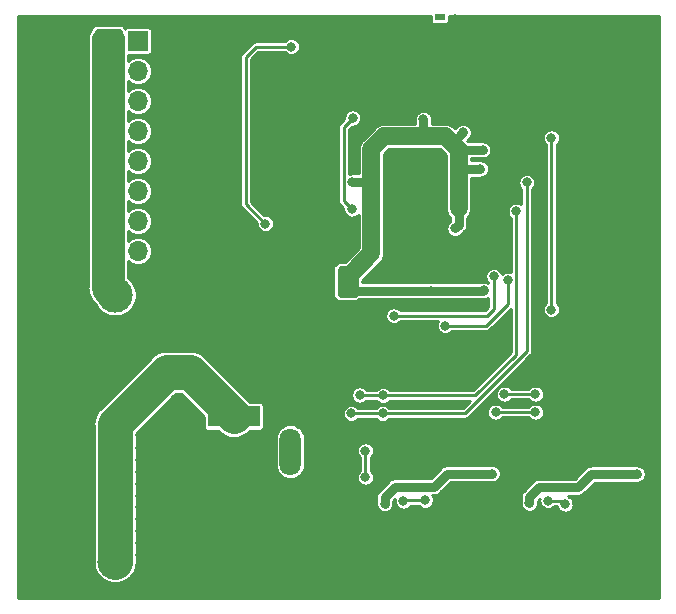
<source format=gbr>
G04 #@! TF.GenerationSoftware,KiCad,Pcbnew,5.1.1-8be2ce7~80~ubuntu18.04.1*
G04 #@! TF.CreationDate,2019-04-21T11:51:28+07:00*
G04 #@! TF.ProjectId,driver-servo-esp32,64726976-6572-42d7-9365-72766f2d6573,rev?*
G04 #@! TF.SameCoordinates,Original*
G04 #@! TF.FileFunction,Copper,L2,Bot*
G04 #@! TF.FilePolarity,Positive*
%FSLAX46Y46*%
G04 Gerber Fmt 4.6, Leading zero omitted, Abs format (unit mm)*
G04 Created by KiCad (PCBNEW 5.1.1-8be2ce7~80~ubuntu18.04.1) date 2019-04-21 11:51:28*
%MOMM*%
%LPD*%
G04 APERTURE LIST*
%ADD10O,1.700000X1.700000*%
%ADD11R,1.700000X1.700000*%
%ADD12R,0.900000X0.500000*%
%ADD13C,3.000000*%
%ADD14R,4.400000X1.800000*%
%ADD15O,4.000000X1.800000*%
%ADD16O,1.800000X4.000000*%
%ADD17C,0.800000*%
%ADD18C,1.500000*%
%ADD19C,0.800000*%
%ADD20C,0.250000*%
%ADD21C,3.000000*%
%ADD22C,2.800000*%
%ADD23C,0.254000*%
G04 APERTURE END LIST*
D10*
X100000000Y-117780000D03*
X100000000Y-115240000D03*
X100000000Y-112700000D03*
X100000000Y-110160000D03*
X100000000Y-107620000D03*
X100000000Y-105080000D03*
X100000000Y-102540000D03*
D11*
X100000000Y-100000000D03*
D12*
X128087700Y-98005900D03*
D13*
X100609400Y-144088200D03*
X100609400Y-121488200D03*
D14*
X110642400Y-131775200D03*
D15*
X110642400Y-137575200D03*
D16*
X115442400Y-134775200D03*
D10*
X97460000Y-117780000D03*
X97460000Y-115240000D03*
X97460000Y-112700000D03*
X97460000Y-110160000D03*
X97460000Y-107620000D03*
X97460000Y-105080000D03*
X97460000Y-102540000D03*
D11*
X97460000Y-100000000D03*
D10*
X102540000Y-117780000D03*
X102540000Y-115240000D03*
X102540000Y-112700000D03*
X102540000Y-110160000D03*
X102540000Y-107620000D03*
X102540000Y-105080000D03*
X102540000Y-102540000D03*
D11*
X102540000Y-100000000D03*
D17*
X127662100Y-109882100D03*
X127671400Y-111072800D03*
X127662100Y-112269700D03*
X127662100Y-113472800D03*
X126462100Y-113472800D03*
X126462100Y-112269700D03*
X126471400Y-111072800D03*
X126462100Y-109882100D03*
X125262100Y-112269700D03*
X125262100Y-109882100D03*
X125271400Y-111072800D03*
X125262100Y-113472800D03*
X124071400Y-111072800D03*
X124062100Y-112269700D03*
X124062100Y-109882100D03*
X124062100Y-113472800D03*
X131013200Y-132740400D03*
X131826000Y-132638800D03*
X132562600Y-138404600D03*
X132080000Y-139293600D03*
X131089400Y-139217400D03*
X130175000Y-139319000D03*
X129286000Y-138861800D03*
X141605000Y-139115800D03*
X142443200Y-139484100D03*
X143179800Y-139192000D03*
X143916400Y-139573000D03*
X144716500Y-139204700D03*
X143484600Y-132562600D03*
X144551400Y-132613400D03*
X126695200Y-141554200D03*
X138938000Y-141579600D03*
X139725400Y-139192000D03*
X127863600Y-139141200D03*
X115874800Y-123621800D03*
X115087400Y-123672600D03*
X116281200Y-125272800D03*
X110439200Y-118516400D03*
X110439200Y-117703600D03*
X110439200Y-116890800D03*
X109651800Y-116687600D03*
X108839000Y-116687600D03*
X108051600Y-116687600D03*
X107315000Y-116357400D03*
X106578400Y-119532400D03*
X107340400Y-119532400D03*
X107746800Y-117475000D03*
X107696000Y-118237000D03*
X106756200Y-117983000D03*
X117221000Y-111937800D03*
X116586000Y-117170200D03*
X117449600Y-116890800D03*
X118211600Y-117246400D03*
X118948200Y-116865400D03*
X119735600Y-117068600D03*
X128651000Y-117856000D03*
X129921000Y-119443500D03*
X142709900Y-114884200D03*
X141554200Y-113220500D03*
X139573000Y-111417100D03*
X138722100Y-112458500D03*
X140360400Y-114401600D03*
X141503400Y-123355100D03*
X142684500Y-124548900D03*
X140373100Y-124421900D03*
X138671300Y-122516900D03*
X139585700Y-121577100D03*
X135509000Y-108940600D03*
X134620000Y-108013500D03*
X135280400Y-109728000D03*
X135509000Y-110528100D03*
X133654800Y-107480100D03*
X132727700Y-106489500D03*
X125031500Y-104521000D03*
X125920500Y-103632000D03*
X111455200Y-99593400D03*
X112471200Y-99618800D03*
X113360200Y-99593400D03*
X110972600Y-100634800D03*
X136753600Y-134264400D03*
X137553600Y-134264400D03*
X138353600Y-134264400D03*
X139153600Y-134264400D03*
X136753600Y-135064400D03*
X137553600Y-135064400D03*
X138353600Y-135064400D03*
X139153600Y-135064400D03*
X136753600Y-135864400D03*
X137553600Y-135864400D03*
X138353600Y-135864400D03*
X139153600Y-135864400D03*
X136753600Y-136664400D03*
X137553600Y-136664400D03*
X138353600Y-136664400D03*
X139153600Y-136664400D03*
X126110800Y-135013600D03*
X126110800Y-136613600D03*
X125310800Y-136613600D03*
X126910800Y-134213600D03*
X126910800Y-135013600D03*
X125310800Y-134213600D03*
X126910800Y-136613600D03*
X126910800Y-135813600D03*
X126110800Y-134213600D03*
X124510800Y-134213600D03*
X124510800Y-135013600D03*
X124510800Y-136613600D03*
X126110800Y-135813600D03*
X124510800Y-135813600D03*
X125310800Y-135813600D03*
X125310800Y-135013600D03*
X93357700Y-98183700D03*
X94357700Y-98183700D03*
X95357700Y-98183700D03*
X96357700Y-98183700D03*
X97357700Y-98183700D03*
X98357700Y-98183700D03*
X99357700Y-98183700D03*
X100357700Y-98183700D03*
X101357700Y-98183700D03*
X102357700Y-98183700D03*
X103357700Y-98183700D03*
X104357700Y-98183700D03*
X105357700Y-98183700D03*
X106357700Y-98183700D03*
X107357700Y-98183700D03*
X108357700Y-98183700D03*
X109357700Y-98183700D03*
X110357700Y-98183700D03*
X111357700Y-98183700D03*
X112357700Y-98183700D03*
X113357700Y-98183700D03*
X114357700Y-98183700D03*
X115357700Y-98183700D03*
X116357700Y-98183700D03*
X117357700Y-98183700D03*
X118357700Y-98183700D03*
X119357700Y-98183700D03*
X120357700Y-98183700D03*
X121357700Y-98183700D03*
X122357700Y-98183700D03*
X123357700Y-98183700D03*
X124357700Y-98183700D03*
X125357700Y-98183700D03*
X126357700Y-98183700D03*
X131357700Y-98183700D03*
X132357700Y-98183700D03*
X133357700Y-98183700D03*
X134357700Y-98183700D03*
X135357700Y-98183700D03*
X136357700Y-98183700D03*
X137357700Y-98183700D03*
X138357700Y-98183700D03*
X139357700Y-98183700D03*
X140357700Y-98183700D03*
X141357700Y-98183700D03*
X142357700Y-98183700D03*
X143357700Y-98183700D03*
X144357700Y-98183700D03*
X145357700Y-98183700D03*
X93357700Y-99183700D03*
X93357700Y-100183700D03*
X93357700Y-101183700D03*
X93357700Y-102183700D03*
X93357700Y-103183700D03*
X93357700Y-104183700D03*
X93357700Y-105183700D03*
X93357700Y-106183700D03*
X93357700Y-107183700D03*
X93357700Y-108183700D03*
X93357700Y-109183700D03*
X93357700Y-110183700D03*
X93357700Y-111183700D03*
X93357700Y-112183700D03*
X93357700Y-113183700D03*
X93357700Y-114183700D03*
X93357700Y-115183700D03*
X93357700Y-116183700D03*
X93357700Y-117183700D03*
X93357700Y-118183700D03*
X93357700Y-119183700D03*
X93357700Y-120183700D03*
X93357700Y-121183700D03*
X93357700Y-122183700D03*
X93357700Y-123183700D03*
X93357700Y-124183700D03*
X93357700Y-125183700D03*
X93357700Y-126183700D03*
X93357700Y-127183700D03*
X93357700Y-128183700D03*
X93357700Y-129183700D03*
X93357700Y-130183700D03*
X93357700Y-131183700D03*
X93357700Y-132183700D03*
X93357700Y-133183700D03*
X93357700Y-134183700D03*
X93357700Y-135183700D03*
X93357700Y-136183700D03*
X93357700Y-137183700D03*
X93357700Y-138183700D03*
X93357700Y-139183700D03*
X93357700Y-140183700D03*
X93357700Y-141183700D03*
X93357700Y-142183700D03*
X93357700Y-143183700D03*
X93357700Y-144183700D03*
X93357700Y-145183700D03*
X93357700Y-146183700D03*
X94246700Y-146685000D03*
X95246700Y-146685000D03*
X96246700Y-146685000D03*
X97246700Y-146685000D03*
X98246700Y-146685000D03*
X99246700Y-146685000D03*
X100246700Y-146685000D03*
X101246700Y-146685000D03*
X102246700Y-146685000D03*
X103246700Y-146685000D03*
X104246700Y-146685000D03*
X105246700Y-146685000D03*
X106246700Y-146685000D03*
X107246700Y-146685000D03*
X108246700Y-146685000D03*
X109246700Y-146685000D03*
X110246700Y-146685000D03*
X111246700Y-146685000D03*
X112246700Y-146685000D03*
X113246700Y-146685000D03*
X114246700Y-146685000D03*
X115246700Y-146685000D03*
X116246700Y-146685000D03*
X117246700Y-146685000D03*
X118246700Y-146685000D03*
X119246700Y-146685000D03*
X120246700Y-146685000D03*
X121246700Y-146685000D03*
X122246700Y-146685000D03*
X123246700Y-146685000D03*
X124246700Y-146685000D03*
X125246700Y-146685000D03*
X126246700Y-146685000D03*
X127246700Y-146685000D03*
X128246700Y-146685000D03*
X129246700Y-146685000D03*
X130246700Y-146685000D03*
X131246700Y-146685000D03*
X132246700Y-146685000D03*
X133246700Y-146685000D03*
X134246700Y-146685000D03*
X135246700Y-146685000D03*
X136246700Y-146685000D03*
X137246700Y-146685000D03*
X138246700Y-146685000D03*
X139246700Y-146685000D03*
X140246700Y-146685000D03*
X141246700Y-146685000D03*
X142246700Y-146685000D03*
X143246700Y-146685000D03*
X144246700Y-146685000D03*
X145246700Y-146685000D03*
X145656300Y-145770600D03*
X145656300Y-144770600D03*
X145656300Y-143770600D03*
X145656300Y-142770600D03*
X145656300Y-141770600D03*
X145656300Y-140770600D03*
X145656300Y-139770600D03*
X145656300Y-138770600D03*
X145656300Y-137770600D03*
X145656300Y-135770600D03*
X145656300Y-134770600D03*
X145656300Y-133770600D03*
X145656300Y-132770600D03*
X145656300Y-131770600D03*
X145656300Y-130770600D03*
X145656300Y-129770600D03*
X145656300Y-128770600D03*
X145656300Y-127770600D03*
X145656300Y-126770600D03*
X145656300Y-125770600D03*
X145656300Y-124770600D03*
X145656300Y-123770600D03*
X145656300Y-122770600D03*
X145656300Y-121770600D03*
X145656300Y-120770600D03*
X145656300Y-119770600D03*
X145656300Y-118770600D03*
X145656300Y-117770600D03*
X145656300Y-116770600D03*
X145656300Y-115770600D03*
X145656300Y-114770600D03*
X145656300Y-113770600D03*
X145656300Y-112770600D03*
X145656300Y-111770600D03*
X145656300Y-110770600D03*
X145656300Y-109770600D03*
X145656300Y-108770600D03*
X145656300Y-107770600D03*
X145656300Y-106770600D03*
X145656300Y-105770600D03*
X145656300Y-104770600D03*
X145656300Y-103770600D03*
X145656300Y-102770600D03*
X145656300Y-101770600D03*
X145656300Y-100770600D03*
X145656300Y-99770600D03*
X131368800Y-99212400D03*
X131394200Y-100241100D03*
X129413000Y-100622100D03*
X129362200Y-98145600D03*
X130429000Y-100596700D03*
X129425700Y-101638100D03*
X129425700Y-102666800D03*
X130441700Y-102666800D03*
X131216400Y-103301800D03*
X131216400Y-104317800D03*
X130797300Y-105244900D03*
X129755900Y-105244900D03*
X129730500Y-106260900D03*
X130949700Y-106235500D03*
X126860300Y-103162100D03*
X126834900Y-102120700D03*
X126834900Y-101079300D03*
X126834900Y-100025200D03*
X126834900Y-99021900D03*
X124714000Y-105473500D03*
X95986600Y-99415600D03*
X95986600Y-100415600D03*
X95986600Y-101415600D03*
X95986600Y-102415600D03*
X95986600Y-103415600D03*
X95986600Y-104415600D03*
X95986600Y-105415600D03*
X95986600Y-106415600D03*
X95986600Y-107415600D03*
X95986600Y-108415600D03*
X95986600Y-109415600D03*
X95986600Y-110415600D03*
X95986600Y-111415600D03*
X95986600Y-112415600D03*
X95986600Y-113415600D03*
X95986600Y-114415600D03*
X95986600Y-115415600D03*
X95986600Y-116415600D03*
X95986600Y-117415600D03*
X95986600Y-118415600D03*
X109334300Y-136258300D03*
X110159800Y-136258300D03*
X110985300Y-136258300D03*
X111798100Y-136258300D03*
X112585500Y-136499600D03*
X113030000Y-137172700D03*
X113004600Y-137985500D03*
X112496600Y-138633200D03*
X111696500Y-138874500D03*
X110883700Y-138899900D03*
X110070900Y-138912600D03*
X109232700Y-138874500D03*
X108546900Y-138455400D03*
X108216700Y-137693400D03*
X108318300Y-136880600D03*
X102717600Y-143484600D03*
X102717600Y-142484600D03*
X102717600Y-141484600D03*
X102717600Y-140484600D03*
X102717600Y-139484600D03*
X102717600Y-138484600D03*
X102717600Y-137484600D03*
X102717600Y-136484600D03*
X102717600Y-135484600D03*
X102717600Y-134484600D03*
X98478340Y-143492220D03*
X98478340Y-142492220D03*
X98478340Y-141492220D03*
X98478340Y-140492220D03*
X98478340Y-139492220D03*
X98478340Y-138492220D03*
X98478340Y-137492220D03*
X98478340Y-136492220D03*
X98478340Y-135492220D03*
X98478340Y-134492220D03*
X98478340Y-133492220D03*
X98478340Y-132492220D03*
X98478340Y-131492220D03*
X99067620Y-130670300D03*
X99799140Y-129931160D03*
X100543360Y-129174240D03*
X101290120Y-128447800D03*
X102031800Y-127695960D03*
X102770940Y-126964440D03*
X102732840Y-133327140D03*
X103464360Y-132575300D03*
X104226360Y-131815840D03*
X104975660Y-131084320D03*
X105709720Y-130342640D03*
X106664760Y-130873500D03*
X107398820Y-131625340D03*
X103563420Y-126250700D03*
X104518460Y-125793500D03*
X105557320Y-125745240D03*
X106621580Y-125732540D03*
X107685840Y-125727460D03*
X96776540Y-119143780D03*
X97830640Y-119242840D03*
X97830640Y-120263920D03*
X97838260Y-121292620D03*
X98231960Y-122283220D03*
X98978720Y-123070620D03*
X99842320Y-123659900D03*
X100845620Y-123748800D03*
X101841300Y-123471940D03*
X102567740Y-122760740D03*
X102920800Y-121805700D03*
X102887780Y-120766840D03*
X102334060Y-119860060D03*
X104091740Y-121061480D03*
X104053640Y-120025160D03*
X104640380Y-121937780D03*
X105359200Y-122643900D03*
X106215180Y-123192540D03*
X107231180Y-123243340D03*
X107241340Y-124292360D03*
X110677960Y-122232420D03*
X110670340Y-123261120D03*
X111366300Y-123990100D03*
X112102900Y-124701300D03*
X112824260Y-125437900D03*
X113527840Y-126194820D03*
X114579400Y-126204980D03*
X115465860Y-126997460D03*
X116504720Y-126997460D03*
X117530880Y-126997460D03*
X118511320Y-127467360D03*
X119230140Y-128203960D03*
X113418620Y-129882900D03*
X114409220Y-129895600D03*
X115496340Y-129882900D03*
X116550440Y-129895600D03*
X117660420Y-129905760D03*
X118127780Y-130837940D03*
X118127780Y-131831080D03*
X119237760Y-132176520D03*
X123733560Y-116552980D03*
X123728480Y-117553740D03*
X123718320Y-118564660D03*
X124079000Y-119580660D03*
X125077220Y-119915940D03*
X126090680Y-119890540D03*
X118625620Y-122486420D03*
X119636540Y-122471180D03*
X120652540Y-122473720D03*
X121686320Y-122476260D03*
X122722640Y-122478800D03*
X113195100Y-103149400D03*
X113195100Y-104149400D03*
X113195100Y-105149400D03*
X113195100Y-106149400D03*
X113195100Y-107149400D03*
X113195100Y-108149400D03*
X113195100Y-109149400D03*
X113195100Y-110149400D03*
X113195100Y-111149400D03*
X113195100Y-112149400D03*
X113195100Y-113149400D03*
X113195100Y-114149400D03*
X116365020Y-114327940D03*
X117375940Y-114312700D03*
X118417340Y-114315240D03*
X119433340Y-114315240D03*
X116253260Y-103151940D03*
X116255800Y-104180640D03*
X117297200Y-104175560D03*
X118361460Y-104175560D03*
X119199660Y-104805480D03*
X119931180Y-105549700D03*
X106812080Y-113355120D03*
X106812080Y-112355120D03*
X106812080Y-111355120D03*
X106812080Y-110355120D03*
X106812080Y-109355120D03*
X106812080Y-108355120D03*
X106812080Y-107355120D03*
X106812080Y-106355120D03*
X106812080Y-105355120D03*
X106812080Y-104355120D03*
X106812080Y-103355120D03*
X106220260Y-102448360D03*
X104145080Y-99372420D03*
X105244900Y-99372420D03*
X106352340Y-99372420D03*
X107467400Y-100083620D03*
X109918500Y-100632260D03*
X108874560Y-100642420D03*
X103868220Y-118681500D03*
X104035860Y-117688360D03*
X104043480Y-116626640D03*
X131368800Y-125539500D03*
X131356100Y-126580900D03*
X131343400Y-127635000D03*
X131330700Y-128676400D03*
X127685800Y-117449600D03*
X128282700Y-116928900D03*
X136258300Y-123990100D03*
X136245600Y-125018800D03*
X136245600Y-126060200D03*
X136245600Y-127114300D03*
X136245600Y-128155700D03*
X136245600Y-121640600D03*
X136245600Y-120586500D03*
X136740900Y-118592600D03*
X136753600Y-117513100D03*
X136258300Y-115544600D03*
X136245600Y-114376200D03*
X136436100Y-111061500D03*
X133781800Y-119037100D03*
X133781800Y-117995700D03*
X133781800Y-116941600D03*
X133781800Y-115874800D03*
X133591300Y-114782600D03*
X133311900Y-137655300D03*
X133629400Y-136639300D03*
X133045200Y-135661400D03*
X98478340Y-144399000D03*
X98806000Y-145288000D03*
X102743000Y-144399000D03*
X102362000Y-145288000D03*
X101727000Y-145923000D03*
X99568000Y-145923000D03*
X107823000Y-132588000D03*
X108585000Y-133350000D03*
X109601000Y-133604000D03*
X110591600Y-133959600D03*
X111607600Y-133705600D03*
X112572800Y-133350000D03*
X113538000Y-132588000D03*
X113538000Y-131572000D03*
X119938800Y-119532400D03*
X120751600Y-119532400D03*
X120751600Y-120345200D03*
X119938800Y-120345200D03*
X119938800Y-121158000D03*
X120675400Y-111937800D03*
X130073400Y-107746800D03*
X131737100Y-109220000D03*
X131533900Y-110820200D03*
X129387600Y-115874800D03*
X120751600Y-121158000D03*
X127317500Y-121158000D03*
X137541000Y-122745500D03*
X131826000Y-121094500D03*
X137541000Y-108204000D03*
X126707900Y-106641900D03*
X120661600Y-114223800D03*
X120726200Y-106514900D03*
X132664200Y-119913400D03*
X124206000Y-123266200D03*
X128549400Y-124104400D03*
X133831500Y-120269000D03*
X113334800Y-115468400D03*
X115519200Y-100482400D03*
X136194800Y-131419600D03*
X132828200Y-131419600D03*
X136194800Y-129895600D03*
X133564800Y-129895600D03*
X138708200Y-139209798D03*
X137258200Y-138912600D03*
X126873000Y-138887200D03*
X125004790Y-138947264D03*
X121793000Y-136931400D03*
X121803822Y-134697702D03*
X123247411Y-131521200D03*
X120609700Y-131521200D03*
X135458200Y-111975900D03*
X123291600Y-129997200D03*
X121334700Y-129971800D03*
X134556500Y-114401600D03*
X123431300Y-139166600D03*
X132537200Y-136626600D03*
X135674100Y-139141200D03*
X144805400Y-136664700D03*
D18*
X122301000Y-109143800D02*
X123367800Y-108077000D01*
X120751600Y-119532400D02*
X122301000Y-117983000D01*
X129108200Y-108635800D02*
X129692400Y-109220000D01*
D19*
X129184400Y-108635800D02*
X130073400Y-107746800D01*
X129108200Y-108635800D02*
X129184400Y-108635800D01*
D18*
X128549400Y-108077000D02*
X129108200Y-108635800D01*
D19*
X129692400Y-109220000D02*
X131737100Y-109220000D01*
X131521200Y-110832900D02*
X131533900Y-110820200D01*
X129692400Y-110832900D02*
X131521200Y-110832900D01*
D18*
X129692400Y-110832900D02*
X129692400Y-114173000D01*
X129692400Y-109220000D02*
X129692400Y-110832900D01*
X127190500Y-108077000D02*
X128549400Y-108077000D01*
X123367800Y-108077000D02*
X127190500Y-108077000D01*
D19*
X129692400Y-115570000D02*
X129387600Y-115874800D01*
X129692400Y-114173000D02*
X129692400Y-115570000D01*
X120751600Y-121158000D02*
X127317500Y-121158000D01*
D20*
X137541000Y-122745500D02*
X137541000Y-108204000D01*
D19*
X131762500Y-121158000D02*
X131826000Y-121094500D01*
X127317500Y-121158000D02*
X131762500Y-121158000D01*
X126707900Y-108077000D02*
X126707900Y-106641900D01*
X127190500Y-108077000D02*
X126707900Y-108077000D01*
X122120660Y-111937800D02*
X122301000Y-111757460D01*
X120675400Y-111937800D02*
X122120660Y-111937800D01*
D18*
X122301000Y-117983000D02*
X122301000Y-111757460D01*
X122301000Y-111757460D02*
X122301000Y-109143800D01*
D20*
X119950399Y-107290701D02*
X120726200Y-106514900D01*
X120661600Y-114223800D02*
X119950399Y-113512599D01*
X119950399Y-113512599D02*
X119950399Y-107290701D01*
X124206000Y-123266200D02*
X132130800Y-123266200D01*
X132664200Y-122732800D02*
X132664200Y-119913400D01*
X132130800Y-123266200D02*
X132664200Y-122732800D01*
X133858000Y-120295500D02*
X133831500Y-120269000D01*
X133858000Y-122262900D02*
X133858000Y-120295500D01*
X128549400Y-124104400D02*
X132016500Y-124104400D01*
X132016500Y-124104400D02*
X133858000Y-122262900D01*
X112552480Y-100482400D02*
X115519200Y-100482400D01*
X113334800Y-115468400D02*
X111658400Y-113792000D01*
X111658400Y-101376480D02*
X112552480Y-100482400D01*
X111658400Y-113792000D02*
X111658400Y-101376480D01*
X136194800Y-131419600D02*
X132828200Y-131419600D01*
X136194800Y-129895600D02*
X133564800Y-129895600D01*
D21*
X106934000Y-128066800D02*
X110642400Y-131775200D01*
X104965500Y-128066800D02*
X106934000Y-128066800D01*
X100609400Y-144088200D02*
X100609400Y-132422900D01*
X100609400Y-132422900D02*
X104965500Y-128066800D01*
D20*
X138675198Y-139242800D02*
X138708200Y-139209798D01*
X138411002Y-138912600D02*
X138708200Y-139209798D01*
X137258200Y-138912600D02*
X138411002Y-138912600D01*
X125064854Y-138887200D02*
X125004790Y-138947264D01*
X126873000Y-138887200D02*
X125064854Y-138887200D01*
X121793000Y-136931400D02*
X121793000Y-134708524D01*
X121793000Y-134708524D02*
X121803822Y-134697702D01*
D22*
X100000000Y-120878800D02*
X100000000Y-117780000D01*
X100609400Y-121488200D02*
X100000000Y-120878800D01*
X100000000Y-117780000D02*
X100000000Y-115240000D01*
X100000000Y-115240000D02*
X100000000Y-112700000D01*
X100000000Y-112700000D02*
X100000000Y-110160000D01*
X100000000Y-110160000D02*
X100000000Y-107620000D01*
X100000000Y-107620000D02*
X100000000Y-105080000D01*
X100000000Y-105080000D02*
X100000000Y-102540000D01*
D20*
X123247411Y-131521200D02*
X120609700Y-131521200D01*
X135458200Y-126288800D02*
X135458200Y-111975900D01*
X123247411Y-131521200D02*
X130225800Y-131521200D01*
X130225800Y-131521200D02*
X135458200Y-126288800D01*
X123291600Y-129997200D02*
X121360100Y-129997200D01*
X121360100Y-129997200D02*
X121334700Y-129971800D01*
X134556500Y-126554090D02*
X134556500Y-114401600D01*
X123291600Y-129997200D02*
X131113390Y-129997200D01*
X131113390Y-129997200D02*
X134556500Y-126554090D01*
D19*
X140919200Y-136664700D02*
X144805400Y-136664700D01*
X139801600Y-137782300D02*
X140919200Y-136664700D01*
X136512300Y-137782300D02*
X139801600Y-137782300D01*
X135674100Y-139141200D02*
X135674100Y-138620500D01*
X135674100Y-138620500D02*
X136512300Y-137782300D01*
X127609600Y-137731500D02*
X128714500Y-136626600D01*
X123431300Y-139166600D02*
X123431300Y-138620500D01*
X128714500Y-136626600D02*
X132537200Y-136626600D01*
X124320300Y-137731500D02*
X127609600Y-137731500D01*
X123431300Y-138620500D02*
X124320300Y-137731500D01*
D23*
G36*
X121056400Y-119263239D02*
G01*
X121056400Y-121472877D01*
X120889367Y-121589800D01*
X119699433Y-121589800D01*
X119532400Y-121472877D01*
X119532400Y-119263239D01*
X119703949Y-119126000D01*
X120884851Y-119126000D01*
X121056400Y-119263239D01*
X121056400Y-119263239D01*
G37*
X121056400Y-119263239D02*
X121056400Y-121472877D01*
X120889367Y-121589800D01*
X119699433Y-121589800D01*
X119532400Y-121472877D01*
X119532400Y-119263239D01*
X119703949Y-119126000D01*
X120884851Y-119126000D01*
X121056400Y-119263239D01*
G36*
X146648001Y-147148000D02*
G01*
X92350808Y-147148000D01*
X92351161Y-132422900D01*
X98773560Y-132422900D01*
X98782401Y-132512662D01*
X98782400Y-143908256D01*
X98782400Y-144268144D01*
X98799995Y-144356599D01*
X98808835Y-144446354D01*
X98835016Y-144532662D01*
X98852611Y-144621116D01*
X98887124Y-144704438D01*
X98913305Y-144790745D01*
X98955820Y-144870285D01*
X98990334Y-144953609D01*
X99040443Y-145028603D01*
X99082955Y-145108137D01*
X99140164Y-145177847D01*
X99190276Y-145252845D01*
X99254055Y-145316624D01*
X99311265Y-145386335D01*
X99380977Y-145443546D01*
X99444755Y-145507324D01*
X99519749Y-145557433D01*
X99589462Y-145614645D01*
X99669001Y-145657160D01*
X99743991Y-145707266D01*
X99827311Y-145741778D01*
X99906854Y-145784295D01*
X99993165Y-145810477D01*
X100076484Y-145844989D01*
X100164935Y-145862583D01*
X100251245Y-145888765D01*
X100341002Y-145897605D01*
X100429456Y-145915200D01*
X100519645Y-145915200D01*
X100609400Y-145924040D01*
X100699154Y-145915200D01*
X100789344Y-145915200D01*
X100877799Y-145897605D01*
X100967554Y-145888765D01*
X101053862Y-145862584D01*
X101142316Y-145844989D01*
X101225638Y-145810476D01*
X101311945Y-145784295D01*
X101391485Y-145741780D01*
X101474809Y-145707266D01*
X101549803Y-145657157D01*
X101629337Y-145614645D01*
X101699047Y-145557436D01*
X101774045Y-145507324D01*
X101837824Y-145443545D01*
X101907535Y-145386335D01*
X101964746Y-145316623D01*
X102028524Y-145252845D01*
X102078633Y-145177851D01*
X102135845Y-145108138D01*
X102178360Y-145028599D01*
X102228466Y-144953609D01*
X102262978Y-144870289D01*
X102305495Y-144790746D01*
X102331677Y-144704435D01*
X102366189Y-144621116D01*
X102383783Y-144532665D01*
X102409965Y-144446355D01*
X102418805Y-144356598D01*
X102436400Y-144268144D01*
X102436400Y-138620500D01*
X122700783Y-138620500D01*
X122704300Y-138656208D01*
X122704300Y-139238203D01*
X122711303Y-139273411D01*
X122714820Y-139309116D01*
X122725234Y-139343448D01*
X122732238Y-139378658D01*
X122745975Y-139411823D01*
X122756390Y-139446156D01*
X122773303Y-139477799D01*
X122787041Y-139510964D01*
X122806986Y-139540814D01*
X122823897Y-139572452D01*
X122846655Y-139600183D01*
X122866602Y-139630036D01*
X122891988Y-139655422D01*
X122914746Y-139683153D01*
X122942478Y-139705912D01*
X122967864Y-139731298D01*
X122997714Y-139751243D01*
X123025447Y-139774003D01*
X123057090Y-139790917D01*
X123086936Y-139810859D01*
X123120097Y-139824595D01*
X123151743Y-139841510D01*
X123186080Y-139851926D01*
X123219242Y-139865662D01*
X123254449Y-139872665D01*
X123288783Y-139883080D01*
X123324490Y-139886597D01*
X123359697Y-139893600D01*
X123395592Y-139893600D01*
X123431300Y-139897117D01*
X123467008Y-139893600D01*
X123502903Y-139893600D01*
X123538111Y-139886597D01*
X123573816Y-139883080D01*
X123608148Y-139872666D01*
X123643358Y-139865662D01*
X123676523Y-139851925D01*
X123710856Y-139841510D01*
X123742499Y-139824597D01*
X123775664Y-139810859D01*
X123805514Y-139790914D01*
X123837152Y-139774003D01*
X123864883Y-139751245D01*
X123894736Y-139731298D01*
X123920122Y-139705912D01*
X123947853Y-139683154D01*
X123970612Y-139655422D01*
X123995998Y-139630036D01*
X124015943Y-139600186D01*
X124038703Y-139572453D01*
X124055617Y-139540810D01*
X124075559Y-139510964D01*
X124089295Y-139477803D01*
X124106210Y-139446157D01*
X124116626Y-139411820D01*
X124130362Y-139378658D01*
X124137365Y-139343451D01*
X124147780Y-139309117D01*
X124151297Y-139273410D01*
X124158300Y-139238203D01*
X124158300Y-138921633D01*
X124296045Y-138783888D01*
X124277790Y-138875661D01*
X124277790Y-139018867D01*
X124305728Y-139159322D01*
X124360531Y-139291628D01*
X124440092Y-139410700D01*
X124541354Y-139511962D01*
X124660426Y-139591523D01*
X124792732Y-139646326D01*
X124933187Y-139674264D01*
X125076393Y-139674264D01*
X125216848Y-139646326D01*
X125349154Y-139591523D01*
X125468226Y-139511962D01*
X125569488Y-139410700D01*
X125617263Y-139339200D01*
X126300661Y-139339200D01*
X126308302Y-139350636D01*
X126409564Y-139451898D01*
X126528636Y-139531459D01*
X126660942Y-139586262D01*
X126801397Y-139614200D01*
X126944603Y-139614200D01*
X127085058Y-139586262D01*
X127217364Y-139531459D01*
X127336436Y-139451898D01*
X127437698Y-139350636D01*
X127517259Y-139231564D01*
X127572062Y-139099258D01*
X127600000Y-138958803D01*
X127600000Y-138815597D01*
X127572062Y-138675142D01*
X127549429Y-138620500D01*
X134943583Y-138620500D01*
X134947100Y-138656208D01*
X134947100Y-139212803D01*
X134954103Y-139248011D01*
X134957620Y-139283716D01*
X134968034Y-139318048D01*
X134975038Y-139353258D01*
X134988775Y-139386423D01*
X134999190Y-139420756D01*
X135016103Y-139452399D01*
X135029841Y-139485564D01*
X135049786Y-139515414D01*
X135066697Y-139547052D01*
X135089455Y-139574783D01*
X135109402Y-139604636D01*
X135134788Y-139630022D01*
X135157546Y-139657753D01*
X135185278Y-139680512D01*
X135210664Y-139705898D01*
X135240514Y-139725843D01*
X135268247Y-139748603D01*
X135299890Y-139765517D01*
X135329736Y-139785459D01*
X135362897Y-139799195D01*
X135394543Y-139816110D01*
X135428880Y-139826526D01*
X135462042Y-139840262D01*
X135497249Y-139847265D01*
X135531583Y-139857680D01*
X135567290Y-139861197D01*
X135602497Y-139868200D01*
X135638392Y-139868200D01*
X135674100Y-139871717D01*
X135709808Y-139868200D01*
X135745703Y-139868200D01*
X135780911Y-139861197D01*
X135816616Y-139857680D01*
X135850948Y-139847266D01*
X135886158Y-139840262D01*
X135919323Y-139826525D01*
X135953656Y-139816110D01*
X135985299Y-139799197D01*
X136018464Y-139785459D01*
X136048314Y-139765514D01*
X136079952Y-139748603D01*
X136107683Y-139725845D01*
X136137536Y-139705898D01*
X136162922Y-139680512D01*
X136190653Y-139657754D01*
X136213412Y-139630022D01*
X136238798Y-139604636D01*
X136258743Y-139574786D01*
X136281503Y-139547053D01*
X136298417Y-139515410D01*
X136318359Y-139485564D01*
X136332095Y-139452403D01*
X136349010Y-139420757D01*
X136359426Y-139386420D01*
X136373162Y-139353258D01*
X136380165Y-139318051D01*
X136390580Y-139283717D01*
X136394097Y-139248010D01*
X136401100Y-139212803D01*
X136401100Y-138921633D01*
X136543482Y-138779251D01*
X136531200Y-138840997D01*
X136531200Y-138984203D01*
X136559138Y-139124658D01*
X136613941Y-139256964D01*
X136693502Y-139376036D01*
X136794764Y-139477298D01*
X136913836Y-139556859D01*
X137046142Y-139611662D01*
X137186597Y-139639600D01*
X137329803Y-139639600D01*
X137470258Y-139611662D01*
X137602564Y-139556859D01*
X137721636Y-139477298D01*
X137822898Y-139376036D01*
X137830539Y-139364600D01*
X137997749Y-139364600D01*
X138009138Y-139421856D01*
X138063941Y-139554162D01*
X138143502Y-139673234D01*
X138244764Y-139774496D01*
X138363836Y-139854057D01*
X138496142Y-139908860D01*
X138636597Y-139936798D01*
X138779803Y-139936798D01*
X138920258Y-139908860D01*
X139052564Y-139854057D01*
X139171636Y-139774496D01*
X139272898Y-139673234D01*
X139352459Y-139554162D01*
X139407262Y-139421856D01*
X139435200Y-139281401D01*
X139435200Y-139138195D01*
X139407262Y-138997740D01*
X139352459Y-138865434D01*
X139272898Y-138746362D01*
X139171636Y-138645100D01*
X139052564Y-138565539D01*
X138920258Y-138510736D01*
X138913039Y-138509300D01*
X139765892Y-138509300D01*
X139801600Y-138512817D01*
X139944117Y-138498780D01*
X139950179Y-138496941D01*
X140081157Y-138457210D01*
X140207453Y-138389703D01*
X140318154Y-138298854D01*
X140340926Y-138271106D01*
X141220333Y-137391700D01*
X144877003Y-137391700D01*
X144912210Y-137384697D01*
X144947917Y-137381180D01*
X144982251Y-137370765D01*
X145017458Y-137363762D01*
X145050620Y-137350026D01*
X145084957Y-137339610D01*
X145116603Y-137322695D01*
X145149764Y-137308959D01*
X145179610Y-137289017D01*
X145211253Y-137272103D01*
X145238988Y-137249342D01*
X145268836Y-137229398D01*
X145294217Y-137204017D01*
X145321954Y-137181254D01*
X145344717Y-137153517D01*
X145370098Y-137128136D01*
X145390042Y-137098288D01*
X145412803Y-137070553D01*
X145429717Y-137038910D01*
X145449659Y-137009064D01*
X145463395Y-136975903D01*
X145480310Y-136944257D01*
X145490726Y-136909920D01*
X145504462Y-136876758D01*
X145511465Y-136841551D01*
X145521880Y-136807217D01*
X145525397Y-136771510D01*
X145532400Y-136736303D01*
X145532400Y-136700408D01*
X145535917Y-136664700D01*
X145532400Y-136628992D01*
X145532400Y-136593097D01*
X145525397Y-136557890D01*
X145521880Y-136522183D01*
X145511465Y-136487849D01*
X145504462Y-136452642D01*
X145490726Y-136419480D01*
X145480310Y-136385143D01*
X145463395Y-136353497D01*
X145449659Y-136320336D01*
X145429717Y-136290490D01*
X145412803Y-136258847D01*
X145390042Y-136231112D01*
X145370098Y-136201264D01*
X145344717Y-136175883D01*
X145321954Y-136148146D01*
X145294217Y-136125383D01*
X145268836Y-136100002D01*
X145238988Y-136080058D01*
X145211253Y-136057297D01*
X145179610Y-136040383D01*
X145149764Y-136020441D01*
X145116603Y-136006705D01*
X145084957Y-135989790D01*
X145050620Y-135979374D01*
X145017458Y-135965638D01*
X144982251Y-135958635D01*
X144947917Y-135948220D01*
X144912210Y-135944703D01*
X144877003Y-135937700D01*
X140954907Y-135937700D01*
X140919199Y-135934183D01*
X140776682Y-135948220D01*
X140664199Y-135982341D01*
X140639643Y-135989790D01*
X140513347Y-136057297D01*
X140402646Y-136148146D01*
X140379879Y-136175888D01*
X139500468Y-137055300D01*
X136548008Y-137055300D01*
X136512300Y-137051783D01*
X136369782Y-137065820D01*
X136289952Y-137090036D01*
X136232743Y-137107390D01*
X136106447Y-137174897D01*
X135995746Y-137265746D01*
X135972983Y-137293483D01*
X135185289Y-138081179D01*
X135157547Y-138103946D01*
X135066697Y-138214647D01*
X134999190Y-138340943D01*
X134984399Y-138389703D01*
X134957620Y-138477983D01*
X134943583Y-138620500D01*
X127549429Y-138620500D01*
X127517259Y-138542836D01*
X127460908Y-138458500D01*
X127573892Y-138458500D01*
X127609600Y-138462017D01*
X127752117Y-138447980D01*
X127772688Y-138441740D01*
X127889157Y-138406410D01*
X128015453Y-138338903D01*
X128126154Y-138248054D01*
X128148926Y-138220307D01*
X129015633Y-137353600D01*
X132608803Y-137353600D01*
X132644010Y-137346597D01*
X132679717Y-137343080D01*
X132714051Y-137332665D01*
X132749258Y-137325662D01*
X132782420Y-137311926D01*
X132816757Y-137301510D01*
X132848403Y-137284595D01*
X132881564Y-137270859D01*
X132911410Y-137250917D01*
X132943053Y-137234003D01*
X132970788Y-137211242D01*
X133000636Y-137191298D01*
X133026017Y-137165917D01*
X133053754Y-137143154D01*
X133076517Y-137115417D01*
X133101898Y-137090036D01*
X133121842Y-137060188D01*
X133144603Y-137032453D01*
X133161517Y-137000810D01*
X133181459Y-136970964D01*
X133195195Y-136937803D01*
X133212110Y-136906157D01*
X133222526Y-136871820D01*
X133236262Y-136838658D01*
X133243265Y-136803451D01*
X133253680Y-136769117D01*
X133257197Y-136733410D01*
X133264200Y-136698203D01*
X133264200Y-136662308D01*
X133267717Y-136626600D01*
X133264200Y-136590892D01*
X133264200Y-136554997D01*
X133257197Y-136519790D01*
X133253680Y-136484083D01*
X133243265Y-136449749D01*
X133236262Y-136414542D01*
X133222526Y-136381380D01*
X133212110Y-136347043D01*
X133195195Y-136315397D01*
X133181459Y-136282236D01*
X133161517Y-136252390D01*
X133144603Y-136220747D01*
X133121842Y-136193012D01*
X133101898Y-136163164D01*
X133076517Y-136137783D01*
X133053754Y-136110046D01*
X133026017Y-136087283D01*
X133000636Y-136061902D01*
X132970788Y-136041958D01*
X132943053Y-136019197D01*
X132911410Y-136002283D01*
X132881564Y-135982341D01*
X132848403Y-135968605D01*
X132816757Y-135951690D01*
X132782420Y-135941274D01*
X132749258Y-135927538D01*
X132714051Y-135920535D01*
X132679717Y-135910120D01*
X132644010Y-135906603D01*
X132608803Y-135899600D01*
X128750208Y-135899600D01*
X128714500Y-135896083D01*
X128571982Y-135910120D01*
X128446382Y-135948220D01*
X128434943Y-135951690D01*
X128308647Y-136019197D01*
X128197946Y-136110046D01*
X128175179Y-136137788D01*
X127308468Y-137004500D01*
X124356008Y-137004500D01*
X124320300Y-137000983D01*
X124177782Y-137015020D01*
X124120313Y-137032453D01*
X124040743Y-137056590D01*
X123914447Y-137124097D01*
X123803746Y-137214946D01*
X123780983Y-137242683D01*
X122942489Y-138081179D01*
X122914747Y-138103946D01*
X122823898Y-138214647D01*
X122756390Y-138340943D01*
X122741599Y-138389703D01*
X122714820Y-138477983D01*
X122700783Y-138620500D01*
X102436400Y-138620500D01*
X102436400Y-133614933D01*
X114215400Y-133614933D01*
X114215401Y-135935468D01*
X114233156Y-136115734D01*
X114303317Y-136347024D01*
X114417252Y-136560183D01*
X114570584Y-136747017D01*
X114757418Y-136900349D01*
X114970577Y-137014284D01*
X115201867Y-137084445D01*
X115442400Y-137108136D01*
X115682934Y-137084445D01*
X115914224Y-137014284D01*
X116127383Y-136900349D01*
X116176795Y-136859797D01*
X121066000Y-136859797D01*
X121066000Y-137003003D01*
X121093938Y-137143458D01*
X121148741Y-137275764D01*
X121228302Y-137394836D01*
X121329564Y-137496098D01*
X121448636Y-137575659D01*
X121580942Y-137630462D01*
X121721397Y-137658400D01*
X121864603Y-137658400D01*
X122005058Y-137630462D01*
X122137364Y-137575659D01*
X122256436Y-137496098D01*
X122357698Y-137394836D01*
X122437259Y-137275764D01*
X122492062Y-137143458D01*
X122520000Y-137003003D01*
X122520000Y-136859797D01*
X122492062Y-136719342D01*
X122437259Y-136587036D01*
X122357698Y-136467964D01*
X122256436Y-136366702D01*
X122245000Y-136359061D01*
X122245000Y-135277272D01*
X122267258Y-135262400D01*
X122368520Y-135161138D01*
X122448081Y-135042066D01*
X122502884Y-134909760D01*
X122530822Y-134769305D01*
X122530822Y-134626099D01*
X122502884Y-134485644D01*
X122448081Y-134353338D01*
X122368520Y-134234266D01*
X122267258Y-134133004D01*
X122148186Y-134053443D01*
X122015880Y-133998640D01*
X121875425Y-133970702D01*
X121732219Y-133970702D01*
X121591764Y-133998640D01*
X121459458Y-134053443D01*
X121340386Y-134133004D01*
X121239124Y-134234266D01*
X121159563Y-134353338D01*
X121104760Y-134485644D01*
X121076822Y-134626099D01*
X121076822Y-134769305D01*
X121104760Y-134909760D01*
X121159563Y-135042066D01*
X121239124Y-135161138D01*
X121340386Y-135262400D01*
X121341001Y-135262811D01*
X121341000Y-136359061D01*
X121329564Y-136366702D01*
X121228302Y-136467964D01*
X121148741Y-136587036D01*
X121093938Y-136719342D01*
X121066000Y-136859797D01*
X116176795Y-136859797D01*
X116314217Y-136747017D01*
X116467549Y-136560183D01*
X116581484Y-136347024D01*
X116651645Y-136115734D01*
X116669400Y-135935468D01*
X116669400Y-133614932D01*
X116651645Y-133434666D01*
X116581484Y-133203376D01*
X116467549Y-132990217D01*
X116314217Y-132803383D01*
X116127382Y-132650051D01*
X115914223Y-132536116D01*
X115682933Y-132465955D01*
X115442400Y-132442264D01*
X115201866Y-132465955D01*
X114970576Y-132536116D01*
X114757417Y-132650051D01*
X114570583Y-132803383D01*
X114417251Y-132990218D01*
X114303316Y-133203377D01*
X114233155Y-133434667D01*
X114215400Y-133614933D01*
X102436400Y-133614933D01*
X102436400Y-133179667D01*
X105722268Y-129893800D01*
X106177233Y-129893800D01*
X108113818Y-131830386D01*
X108113818Y-132675200D01*
X108120132Y-132739303D01*
X108138830Y-132800943D01*
X108169194Y-132857750D01*
X108210057Y-132907543D01*
X108259850Y-132948406D01*
X108316657Y-132978770D01*
X108378297Y-132997468D01*
X108442400Y-133003782D01*
X109287214Y-133003782D01*
X109413982Y-133130550D01*
X109622462Y-133301645D01*
X109939855Y-133471295D01*
X110284245Y-133575764D01*
X110642400Y-133611040D01*
X111000554Y-133575764D01*
X111344945Y-133471295D01*
X111662338Y-133301645D01*
X111940535Y-133073335D01*
X111997616Y-133003782D01*
X112842400Y-133003782D01*
X112906503Y-132997468D01*
X112968143Y-132978770D01*
X113024950Y-132948406D01*
X113074743Y-132907543D01*
X113115606Y-132857750D01*
X113145970Y-132800943D01*
X113164668Y-132739303D01*
X113170982Y-132675200D01*
X113170982Y-130875200D01*
X113164668Y-130811097D01*
X113145970Y-130749457D01*
X113115606Y-130692650D01*
X113074743Y-130642857D01*
X113024950Y-130601994D01*
X112968143Y-130571630D01*
X112906503Y-130552932D01*
X112842400Y-130546618D01*
X111997586Y-130546618D01*
X108289355Y-126838388D01*
X108232135Y-126768665D01*
X107953938Y-126540355D01*
X107636546Y-126370705D01*
X107292155Y-126266235D01*
X107023755Y-126239800D01*
X107023752Y-126239800D01*
X106934000Y-126230960D01*
X106844248Y-126239800D01*
X105055252Y-126239800D01*
X104965500Y-126230960D01*
X104875748Y-126239800D01*
X104875745Y-126239800D01*
X104607345Y-126266235D01*
X104262954Y-126370705D01*
X103945562Y-126540355D01*
X103667365Y-126768665D01*
X103610149Y-126838383D01*
X99380984Y-131067549D01*
X99311266Y-131124765D01*
X99254050Y-131194483D01*
X99082955Y-131402963D01*
X98913305Y-131720355D01*
X98869410Y-131865060D01*
X98835943Y-131975387D01*
X98808836Y-132064746D01*
X98773560Y-132422900D01*
X92351161Y-132422900D01*
X92351438Y-120878800D01*
X98264644Y-120878800D01*
X98273000Y-120963638D01*
X98273000Y-120963640D01*
X98297988Y-121217350D01*
X98396740Y-121542891D01*
X98557104Y-121842911D01*
X98772918Y-122105882D01*
X98838822Y-122159968D01*
X98960544Y-122281690D01*
X98990334Y-122353609D01*
X99190276Y-122652845D01*
X99444755Y-122907324D01*
X99743991Y-123107266D01*
X100076484Y-123244989D01*
X100429456Y-123315200D01*
X100789344Y-123315200D01*
X101142316Y-123244989D01*
X101474809Y-123107266D01*
X101774045Y-122907324D01*
X102028524Y-122652845D01*
X102228466Y-122353609D01*
X102366189Y-122021116D01*
X102436400Y-121668144D01*
X102436400Y-121308256D01*
X102366189Y-120955284D01*
X102228466Y-120622791D01*
X102028524Y-120323555D01*
X101774045Y-120069076D01*
X101727000Y-120037642D01*
X101727000Y-119202200D01*
X119078400Y-119202200D01*
X119078400Y-121539000D01*
X119083376Y-121595828D01*
X119100650Y-121657560D01*
X119129635Y-121714735D01*
X119169218Y-121765158D01*
X119217878Y-121806889D01*
X119471878Y-121984689D01*
X119534263Y-122018909D01*
X119595605Y-122037517D01*
X119659400Y-122043800D01*
X120929400Y-122043800D01*
X121000131Y-122036059D01*
X121061056Y-122016125D01*
X121116922Y-121984689D01*
X121259335Y-121885000D01*
X131726792Y-121885000D01*
X131762500Y-121888517D01*
X131905017Y-121874480D01*
X131962437Y-121857062D01*
X132042057Y-121832910D01*
X132168353Y-121765403D01*
X132212200Y-121729419D01*
X132212200Y-122545576D01*
X131943577Y-122814200D01*
X124778339Y-122814200D01*
X124770698Y-122802764D01*
X124669436Y-122701502D01*
X124550364Y-122621941D01*
X124418058Y-122567138D01*
X124277603Y-122539200D01*
X124134397Y-122539200D01*
X123993942Y-122567138D01*
X123861636Y-122621941D01*
X123742564Y-122701502D01*
X123641302Y-122802764D01*
X123561741Y-122921836D01*
X123506938Y-123054142D01*
X123479000Y-123194597D01*
X123479000Y-123337803D01*
X123506938Y-123478258D01*
X123561741Y-123610564D01*
X123641302Y-123729636D01*
X123742564Y-123830898D01*
X123861636Y-123910459D01*
X123993942Y-123965262D01*
X124134397Y-123993200D01*
X124277603Y-123993200D01*
X124418058Y-123965262D01*
X124550364Y-123910459D01*
X124669436Y-123830898D01*
X124770698Y-123729636D01*
X124778339Y-123718200D01*
X127933095Y-123718200D01*
X127905141Y-123760036D01*
X127850338Y-123892342D01*
X127822400Y-124032797D01*
X127822400Y-124176003D01*
X127850338Y-124316458D01*
X127905141Y-124448764D01*
X127984702Y-124567836D01*
X128085964Y-124669098D01*
X128205036Y-124748659D01*
X128337342Y-124803462D01*
X128477797Y-124831400D01*
X128621003Y-124831400D01*
X128761458Y-124803462D01*
X128893764Y-124748659D01*
X129012836Y-124669098D01*
X129114098Y-124567836D01*
X129121739Y-124556400D01*
X131994295Y-124556400D01*
X132016500Y-124558587D01*
X132038705Y-124556400D01*
X132105107Y-124549860D01*
X132190310Y-124524014D01*
X132268833Y-124482043D01*
X132337659Y-124425559D01*
X132351823Y-124408300D01*
X134104500Y-122655625D01*
X134104500Y-126366866D01*
X130926167Y-129545200D01*
X123863939Y-129545200D01*
X123856298Y-129533764D01*
X123755036Y-129432502D01*
X123635964Y-129352941D01*
X123503658Y-129298138D01*
X123363203Y-129270200D01*
X123219997Y-129270200D01*
X123079542Y-129298138D01*
X122947236Y-129352941D01*
X122828164Y-129432502D01*
X122726902Y-129533764D01*
X122719261Y-129545200D01*
X121924011Y-129545200D01*
X121899398Y-129508364D01*
X121798136Y-129407102D01*
X121679064Y-129327541D01*
X121546758Y-129272738D01*
X121406303Y-129244800D01*
X121263097Y-129244800D01*
X121122642Y-129272738D01*
X120990336Y-129327541D01*
X120871264Y-129407102D01*
X120770002Y-129508364D01*
X120690441Y-129627436D01*
X120635638Y-129759742D01*
X120607700Y-129900197D01*
X120607700Y-130043403D01*
X120635638Y-130183858D01*
X120690441Y-130316164D01*
X120770002Y-130435236D01*
X120871264Y-130536498D01*
X120990336Y-130616059D01*
X121122642Y-130670862D01*
X121263097Y-130698800D01*
X121406303Y-130698800D01*
X121546758Y-130670862D01*
X121679064Y-130616059D01*
X121798136Y-130536498D01*
X121885434Y-130449200D01*
X122719261Y-130449200D01*
X122726902Y-130460636D01*
X122828164Y-130561898D01*
X122947236Y-130641459D01*
X123079542Y-130696262D01*
X123219997Y-130724200D01*
X123363203Y-130724200D01*
X123503658Y-130696262D01*
X123635964Y-130641459D01*
X123755036Y-130561898D01*
X123856298Y-130460636D01*
X123863939Y-130449200D01*
X130658577Y-130449200D01*
X130038577Y-131069200D01*
X123819750Y-131069200D01*
X123812109Y-131057764D01*
X123710847Y-130956502D01*
X123591775Y-130876941D01*
X123459469Y-130822138D01*
X123319014Y-130794200D01*
X123175808Y-130794200D01*
X123035353Y-130822138D01*
X122903047Y-130876941D01*
X122783975Y-130956502D01*
X122682713Y-131057764D01*
X122675072Y-131069200D01*
X121182039Y-131069200D01*
X121174398Y-131057764D01*
X121073136Y-130956502D01*
X120954064Y-130876941D01*
X120821758Y-130822138D01*
X120681303Y-130794200D01*
X120538097Y-130794200D01*
X120397642Y-130822138D01*
X120265336Y-130876941D01*
X120146264Y-130956502D01*
X120045002Y-131057764D01*
X119965441Y-131176836D01*
X119910638Y-131309142D01*
X119882700Y-131449597D01*
X119882700Y-131592803D01*
X119910638Y-131733258D01*
X119965441Y-131865564D01*
X120045002Y-131984636D01*
X120146264Y-132085898D01*
X120265336Y-132165459D01*
X120397642Y-132220262D01*
X120538097Y-132248200D01*
X120681303Y-132248200D01*
X120821758Y-132220262D01*
X120954064Y-132165459D01*
X121073136Y-132085898D01*
X121174398Y-131984636D01*
X121182039Y-131973200D01*
X122675072Y-131973200D01*
X122682713Y-131984636D01*
X122783975Y-132085898D01*
X122903047Y-132165459D01*
X123035353Y-132220262D01*
X123175808Y-132248200D01*
X123319014Y-132248200D01*
X123459469Y-132220262D01*
X123591775Y-132165459D01*
X123710847Y-132085898D01*
X123812109Y-131984636D01*
X123819750Y-131973200D01*
X130203595Y-131973200D01*
X130225800Y-131975387D01*
X130248005Y-131973200D01*
X130314407Y-131966660D01*
X130399610Y-131940814D01*
X130478133Y-131898843D01*
X130546959Y-131842359D01*
X130561123Y-131825100D01*
X131038226Y-131347997D01*
X132101200Y-131347997D01*
X132101200Y-131491203D01*
X132129138Y-131631658D01*
X132183941Y-131763964D01*
X132263502Y-131883036D01*
X132364764Y-131984298D01*
X132483836Y-132063859D01*
X132616142Y-132118662D01*
X132756597Y-132146600D01*
X132899803Y-132146600D01*
X133040258Y-132118662D01*
X133172564Y-132063859D01*
X133291636Y-131984298D01*
X133392898Y-131883036D01*
X133400539Y-131871600D01*
X135622461Y-131871600D01*
X135630102Y-131883036D01*
X135731364Y-131984298D01*
X135850436Y-132063859D01*
X135982742Y-132118662D01*
X136123197Y-132146600D01*
X136266403Y-132146600D01*
X136406858Y-132118662D01*
X136539164Y-132063859D01*
X136658236Y-131984298D01*
X136759498Y-131883036D01*
X136839059Y-131763964D01*
X136893862Y-131631658D01*
X136921800Y-131491203D01*
X136921800Y-131347997D01*
X136893862Y-131207542D01*
X136839059Y-131075236D01*
X136759498Y-130956164D01*
X136658236Y-130854902D01*
X136539164Y-130775341D01*
X136406858Y-130720538D01*
X136266403Y-130692600D01*
X136123197Y-130692600D01*
X135982742Y-130720538D01*
X135850436Y-130775341D01*
X135731364Y-130854902D01*
X135630102Y-130956164D01*
X135622461Y-130967600D01*
X133400539Y-130967600D01*
X133392898Y-130956164D01*
X133291636Y-130854902D01*
X133172564Y-130775341D01*
X133040258Y-130720538D01*
X132899803Y-130692600D01*
X132756597Y-130692600D01*
X132616142Y-130720538D01*
X132483836Y-130775341D01*
X132364764Y-130854902D01*
X132263502Y-130956164D01*
X132183941Y-131075236D01*
X132129138Y-131207542D01*
X132101200Y-131347997D01*
X131038226Y-131347997D01*
X132562226Y-129823997D01*
X132837800Y-129823997D01*
X132837800Y-129967203D01*
X132865738Y-130107658D01*
X132920541Y-130239964D01*
X133000102Y-130359036D01*
X133101364Y-130460298D01*
X133220436Y-130539859D01*
X133352742Y-130594662D01*
X133493197Y-130622600D01*
X133636403Y-130622600D01*
X133776858Y-130594662D01*
X133909164Y-130539859D01*
X134028236Y-130460298D01*
X134129498Y-130359036D01*
X134137139Y-130347600D01*
X135622461Y-130347600D01*
X135630102Y-130359036D01*
X135731364Y-130460298D01*
X135850436Y-130539859D01*
X135982742Y-130594662D01*
X136123197Y-130622600D01*
X136266403Y-130622600D01*
X136406858Y-130594662D01*
X136539164Y-130539859D01*
X136658236Y-130460298D01*
X136759498Y-130359036D01*
X136839059Y-130239964D01*
X136893862Y-130107658D01*
X136921800Y-129967203D01*
X136921800Y-129823997D01*
X136893862Y-129683542D01*
X136839059Y-129551236D01*
X136759498Y-129432164D01*
X136658236Y-129330902D01*
X136539164Y-129251341D01*
X136406858Y-129196538D01*
X136266403Y-129168600D01*
X136123197Y-129168600D01*
X135982742Y-129196538D01*
X135850436Y-129251341D01*
X135731364Y-129330902D01*
X135630102Y-129432164D01*
X135622461Y-129443600D01*
X134137139Y-129443600D01*
X134129498Y-129432164D01*
X134028236Y-129330902D01*
X133909164Y-129251341D01*
X133776858Y-129196538D01*
X133636403Y-129168600D01*
X133493197Y-129168600D01*
X133352742Y-129196538D01*
X133220436Y-129251341D01*
X133101364Y-129330902D01*
X133000102Y-129432164D01*
X132920541Y-129551236D01*
X132865738Y-129683542D01*
X132837800Y-129823997D01*
X132562226Y-129823997D01*
X135762106Y-126624118D01*
X135779359Y-126609959D01*
X135835843Y-126541133D01*
X135877814Y-126462610D01*
X135903660Y-126377407D01*
X135910200Y-126311005D01*
X135910200Y-126311004D01*
X135912387Y-126288801D01*
X135910200Y-126266596D01*
X135910200Y-112548239D01*
X135921636Y-112540598D01*
X136022898Y-112439336D01*
X136102459Y-112320264D01*
X136157262Y-112187958D01*
X136185200Y-112047503D01*
X136185200Y-111904297D01*
X136157262Y-111763842D01*
X136102459Y-111631536D01*
X136022898Y-111512464D01*
X135921636Y-111411202D01*
X135802564Y-111331641D01*
X135670258Y-111276838D01*
X135529803Y-111248900D01*
X135386597Y-111248900D01*
X135246142Y-111276838D01*
X135113836Y-111331641D01*
X134994764Y-111411202D01*
X134893502Y-111512464D01*
X134813941Y-111631536D01*
X134759138Y-111763842D01*
X134731200Y-111904297D01*
X134731200Y-112047503D01*
X134759138Y-112187958D01*
X134813941Y-112320264D01*
X134893502Y-112439336D01*
X134994764Y-112540598D01*
X135006201Y-112548240D01*
X135006201Y-113827725D01*
X134900864Y-113757341D01*
X134768558Y-113702538D01*
X134628103Y-113674600D01*
X134484897Y-113674600D01*
X134344442Y-113702538D01*
X134212136Y-113757341D01*
X134093064Y-113836902D01*
X133991802Y-113938164D01*
X133912241Y-114057236D01*
X133857438Y-114189542D01*
X133829500Y-114329997D01*
X133829500Y-114473203D01*
X133857438Y-114613658D01*
X133912241Y-114745964D01*
X133991802Y-114865036D01*
X134093064Y-114966298D01*
X134104501Y-114973940D01*
X134104501Y-119595181D01*
X134043558Y-119569938D01*
X133903103Y-119542000D01*
X133759897Y-119542000D01*
X133619442Y-119569938D01*
X133487136Y-119624741D01*
X133368064Y-119704302D01*
X133364550Y-119707816D01*
X133363262Y-119701342D01*
X133308459Y-119569036D01*
X133228898Y-119449964D01*
X133127636Y-119348702D01*
X133008564Y-119269141D01*
X132876258Y-119214338D01*
X132735803Y-119186400D01*
X132592597Y-119186400D01*
X132452142Y-119214338D01*
X132319836Y-119269141D01*
X132200764Y-119348702D01*
X132099502Y-119449964D01*
X132019941Y-119569036D01*
X131965138Y-119701342D01*
X131937200Y-119841797D01*
X131937200Y-119985003D01*
X131965138Y-120125458D01*
X132019941Y-120257764D01*
X132099502Y-120376836D01*
X132178028Y-120455362D01*
X132170364Y-120450241D01*
X132137201Y-120436504D01*
X132105557Y-120419590D01*
X132071220Y-120409174D01*
X132038058Y-120395438D01*
X132002851Y-120388435D01*
X131968517Y-120378020D01*
X131932810Y-120374503D01*
X131897603Y-120367500D01*
X131861708Y-120367500D01*
X131826000Y-120363983D01*
X131790292Y-120367500D01*
X131754397Y-120367500D01*
X131719190Y-120374503D01*
X131683483Y-120378020D01*
X131649150Y-120388435D01*
X131613942Y-120395438D01*
X131580778Y-120409175D01*
X131546444Y-120419590D01*
X131525098Y-120431000D01*
X121510400Y-120431000D01*
X121510400Y-120296707D01*
X123025140Y-118781968D01*
X123066239Y-118748239D01*
X123200826Y-118584244D01*
X123300833Y-118397144D01*
X123362417Y-118194129D01*
X123378000Y-118035909D01*
X123378000Y-118035908D01*
X123383211Y-117983001D01*
X123378000Y-117930094D01*
X123378000Y-109589907D01*
X123813908Y-109154000D01*
X128103293Y-109154000D01*
X128615400Y-109666107D01*
X128615400Y-110779992D01*
X128615401Y-114225909D01*
X128630984Y-114384129D01*
X128692568Y-114587144D01*
X128792575Y-114774244D01*
X128927162Y-114938239D01*
X128965401Y-114969621D01*
X128965401Y-115268867D01*
X128924170Y-115310098D01*
X128924164Y-115310102D01*
X128822902Y-115411364D01*
X128802953Y-115441221D01*
X128780198Y-115468947D01*
X128763288Y-115500583D01*
X128743341Y-115530436D01*
X128729603Y-115563602D01*
X128712690Y-115595244D01*
X128702275Y-115629578D01*
X128688538Y-115662742D01*
X128681535Y-115697950D01*
X128671120Y-115732283D01*
X128667603Y-115767990D01*
X128660600Y-115803197D01*
X128660600Y-115839092D01*
X128657083Y-115874800D01*
X128660600Y-115910508D01*
X128660600Y-115946403D01*
X128667603Y-115981610D01*
X128671120Y-116017317D01*
X128681535Y-116051650D01*
X128688538Y-116086858D01*
X128702275Y-116120022D01*
X128712690Y-116154356D01*
X128729603Y-116185998D01*
X128743341Y-116219164D01*
X128763288Y-116249017D01*
X128780198Y-116280653D01*
X128802953Y-116308380D01*
X128822902Y-116338236D01*
X128848292Y-116363626D01*
X128871047Y-116391353D01*
X128898774Y-116414108D01*
X128924164Y-116439498D01*
X128954020Y-116459447D01*
X128981747Y-116482202D01*
X129013383Y-116499112D01*
X129043236Y-116519059D01*
X129076402Y-116532797D01*
X129108044Y-116549710D01*
X129142378Y-116560125D01*
X129175542Y-116573862D01*
X129210750Y-116580865D01*
X129245083Y-116591280D01*
X129280790Y-116594797D01*
X129315997Y-116601800D01*
X129351892Y-116601800D01*
X129387600Y-116605317D01*
X129423308Y-116601800D01*
X129459203Y-116601800D01*
X129494410Y-116594797D01*
X129530117Y-116591280D01*
X129564450Y-116580865D01*
X129599658Y-116573862D01*
X129632822Y-116560125D01*
X129667156Y-116549710D01*
X129698798Y-116532797D01*
X129731964Y-116519059D01*
X129761817Y-116499112D01*
X129793453Y-116482202D01*
X129821179Y-116459447D01*
X129851036Y-116439498D01*
X129952298Y-116338236D01*
X129952302Y-116338230D01*
X130181206Y-116109326D01*
X130208954Y-116086554D01*
X130299803Y-115975853D01*
X130367310Y-115849557D01*
X130408880Y-115712517D01*
X130419400Y-115605708D01*
X130419400Y-115605706D01*
X130422917Y-115570001D01*
X130419400Y-115534295D01*
X130419400Y-114969621D01*
X130457639Y-114938239D01*
X130592226Y-114774244D01*
X130692233Y-114587144D01*
X130753817Y-114384129D01*
X130769400Y-114225909D01*
X130769400Y-111559900D01*
X131485492Y-111559900D01*
X131521200Y-111563417D01*
X131663717Y-111549380D01*
X131694537Y-111540031D01*
X131800757Y-111507810D01*
X131927053Y-111440303D01*
X131982423Y-111394863D01*
X131997336Y-111384898D01*
X132010019Y-111372215D01*
X132037754Y-111349454D01*
X132060517Y-111321717D01*
X132098598Y-111283636D01*
X132118550Y-111253776D01*
X132141302Y-111226052D01*
X132158210Y-111194420D01*
X132178159Y-111164564D01*
X132191897Y-111131397D01*
X132208810Y-111099756D01*
X132219225Y-111065422D01*
X132232962Y-111032258D01*
X132239965Y-110997050D01*
X132250380Y-110962717D01*
X132253897Y-110927008D01*
X132260900Y-110891803D01*
X132260900Y-110855916D01*
X132264418Y-110820200D01*
X132260900Y-110784484D01*
X132260900Y-110748597D01*
X132253897Y-110713392D01*
X132250380Y-110677683D01*
X132239965Y-110643349D01*
X132232962Y-110608142D01*
X132219226Y-110574980D01*
X132208810Y-110540643D01*
X132191896Y-110508999D01*
X132178159Y-110475836D01*
X132158213Y-110445984D01*
X132141302Y-110414347D01*
X132118547Y-110386620D01*
X132098598Y-110356764D01*
X132073208Y-110331374D01*
X132050453Y-110303647D01*
X132022726Y-110280892D01*
X131997336Y-110255502D01*
X131967480Y-110235553D01*
X131939753Y-110212798D01*
X131908116Y-110195887D01*
X131878264Y-110175941D01*
X131845101Y-110162204D01*
X131813457Y-110145290D01*
X131779120Y-110134874D01*
X131745958Y-110121138D01*
X131710751Y-110114135D01*
X131676417Y-110103720D01*
X131640708Y-110100203D01*
X131605503Y-110093200D01*
X131569616Y-110093200D01*
X131533900Y-110089682D01*
X131498184Y-110093200D01*
X131462297Y-110093200D01*
X131427092Y-110100203D01*
X131391383Y-110103720D01*
X131384196Y-110105900D01*
X130769400Y-110105900D01*
X130769400Y-109947000D01*
X131808703Y-109947000D01*
X131843910Y-109939997D01*
X131879617Y-109936480D01*
X131913951Y-109926065D01*
X131949158Y-109919062D01*
X131982320Y-109905326D01*
X132016657Y-109894910D01*
X132048303Y-109877995D01*
X132081464Y-109864259D01*
X132111310Y-109844317D01*
X132142953Y-109827403D01*
X132170688Y-109804642D01*
X132200536Y-109784698D01*
X132225917Y-109759317D01*
X132253654Y-109736554D01*
X132276417Y-109708817D01*
X132301798Y-109683436D01*
X132321742Y-109653588D01*
X132344503Y-109625853D01*
X132361417Y-109594210D01*
X132381359Y-109564364D01*
X132395095Y-109531203D01*
X132412010Y-109499557D01*
X132422426Y-109465220D01*
X132436162Y-109432058D01*
X132443165Y-109396851D01*
X132453580Y-109362517D01*
X132457097Y-109326810D01*
X132464100Y-109291603D01*
X132464100Y-109255708D01*
X132467617Y-109220000D01*
X132464100Y-109184292D01*
X132464100Y-109148397D01*
X132457097Y-109113190D01*
X132453580Y-109077483D01*
X132443165Y-109043149D01*
X132436162Y-109007942D01*
X132422426Y-108974780D01*
X132412010Y-108940443D01*
X132395095Y-108908797D01*
X132381359Y-108875636D01*
X132361417Y-108845790D01*
X132344503Y-108814147D01*
X132321742Y-108786412D01*
X132301798Y-108756564D01*
X132276417Y-108731183D01*
X132253654Y-108703446D01*
X132225917Y-108680683D01*
X132200536Y-108655302D01*
X132170688Y-108635358D01*
X132142953Y-108612597D01*
X132111310Y-108595683D01*
X132081464Y-108575741D01*
X132048303Y-108562005D01*
X132016657Y-108545090D01*
X131982320Y-108534674D01*
X131949158Y-108520938D01*
X131913951Y-108513935D01*
X131879617Y-108503520D01*
X131843910Y-108500003D01*
X131808703Y-108493000D01*
X130489021Y-108493000D01*
X130457639Y-108454761D01*
X130422451Y-108425883D01*
X130638098Y-108210236D01*
X130658042Y-108180387D01*
X130680802Y-108152654D01*
X130691629Y-108132397D01*
X136814000Y-108132397D01*
X136814000Y-108275603D01*
X136841938Y-108416058D01*
X136896741Y-108548364D01*
X136976302Y-108667436D01*
X137077564Y-108768698D01*
X137089001Y-108776340D01*
X137089000Y-122173161D01*
X137077564Y-122180802D01*
X136976302Y-122282064D01*
X136896741Y-122401136D01*
X136841938Y-122533442D01*
X136814000Y-122673897D01*
X136814000Y-122817103D01*
X136841938Y-122957558D01*
X136896741Y-123089864D01*
X136976302Y-123208936D01*
X137077564Y-123310198D01*
X137196636Y-123389759D01*
X137328942Y-123444562D01*
X137469397Y-123472500D01*
X137612603Y-123472500D01*
X137753058Y-123444562D01*
X137885364Y-123389759D01*
X138004436Y-123310198D01*
X138105698Y-123208936D01*
X138185259Y-123089864D01*
X138240062Y-122957558D01*
X138268000Y-122817103D01*
X138268000Y-122673897D01*
X138240062Y-122533442D01*
X138185259Y-122401136D01*
X138105698Y-122282064D01*
X138004436Y-122180802D01*
X137993000Y-122173161D01*
X137993000Y-108776339D01*
X138004436Y-108768698D01*
X138105698Y-108667436D01*
X138185259Y-108548364D01*
X138240062Y-108416058D01*
X138268000Y-108275603D01*
X138268000Y-108132397D01*
X138240062Y-107991942D01*
X138185259Y-107859636D01*
X138105698Y-107740564D01*
X138004436Y-107639302D01*
X137885364Y-107559741D01*
X137753058Y-107504938D01*
X137612603Y-107477000D01*
X137469397Y-107477000D01*
X137328942Y-107504938D01*
X137196636Y-107559741D01*
X137077564Y-107639302D01*
X136976302Y-107740564D01*
X136896741Y-107859636D01*
X136841938Y-107991942D01*
X136814000Y-108132397D01*
X130691629Y-108132397D01*
X130697715Y-108121013D01*
X130717659Y-108091164D01*
X130731395Y-108058002D01*
X130748310Y-108026357D01*
X130758726Y-107992019D01*
X130772462Y-107958858D01*
X130779465Y-107923653D01*
X130789880Y-107889318D01*
X130793397Y-107853610D01*
X130800400Y-107818403D01*
X130800400Y-107782508D01*
X130803917Y-107746800D01*
X130800400Y-107711092D01*
X130800400Y-107675197D01*
X130793397Y-107639990D01*
X130789880Y-107604283D01*
X130779465Y-107569950D01*
X130772462Y-107534742D01*
X130758725Y-107501578D01*
X130748310Y-107467244D01*
X130731397Y-107435602D01*
X130717659Y-107402436D01*
X130697712Y-107372583D01*
X130680802Y-107340947D01*
X130658047Y-107313220D01*
X130638098Y-107283364D01*
X130612708Y-107257974D01*
X130589953Y-107230247D01*
X130562226Y-107207492D01*
X130536836Y-107182102D01*
X130506980Y-107162153D01*
X130479253Y-107139398D01*
X130447617Y-107122488D01*
X130417764Y-107102541D01*
X130384598Y-107088803D01*
X130352956Y-107071890D01*
X130318622Y-107061475D01*
X130285458Y-107047738D01*
X130250250Y-107040735D01*
X130215917Y-107030320D01*
X130180210Y-107026803D01*
X130145003Y-107019800D01*
X130109108Y-107019800D01*
X130073400Y-107016283D01*
X130037692Y-107019800D01*
X130001797Y-107019800D01*
X129966590Y-107026803D01*
X129930882Y-107030320D01*
X129896547Y-107040735D01*
X129861342Y-107047738D01*
X129828181Y-107061474D01*
X129793843Y-107071890D01*
X129762198Y-107088805D01*
X129729036Y-107102541D01*
X129699187Y-107122485D01*
X129667546Y-107139398D01*
X129639813Y-107162158D01*
X129609964Y-107182102D01*
X129584582Y-107207484D01*
X129393787Y-107398280D01*
X129348373Y-107352866D01*
X129314639Y-107311761D01*
X129150644Y-107177174D01*
X128963544Y-107077167D01*
X128760529Y-107015583D01*
X128602309Y-107000000D01*
X128602307Y-107000000D01*
X128549400Y-106994789D01*
X128496493Y-107000000D01*
X127434900Y-107000000D01*
X127434900Y-106570297D01*
X127427897Y-106535090D01*
X127424380Y-106499383D01*
X127413965Y-106465049D01*
X127406962Y-106429842D01*
X127393226Y-106396680D01*
X127382810Y-106362343D01*
X127365895Y-106330697D01*
X127352159Y-106297536D01*
X127332217Y-106267690D01*
X127315303Y-106236047D01*
X127292542Y-106208312D01*
X127272598Y-106178464D01*
X127247217Y-106153083D01*
X127224454Y-106125346D01*
X127196717Y-106102583D01*
X127171336Y-106077202D01*
X127141488Y-106057258D01*
X127113753Y-106034497D01*
X127082110Y-106017583D01*
X127052264Y-105997641D01*
X127019103Y-105983905D01*
X126987457Y-105966990D01*
X126953120Y-105956574D01*
X126919958Y-105942838D01*
X126884751Y-105935835D01*
X126850417Y-105925420D01*
X126814710Y-105921903D01*
X126779503Y-105914900D01*
X126743608Y-105914900D01*
X126707900Y-105911383D01*
X126672192Y-105914900D01*
X126636297Y-105914900D01*
X126601089Y-105921903D01*
X126565384Y-105925420D01*
X126531052Y-105935834D01*
X126495842Y-105942838D01*
X126462677Y-105956575D01*
X126428344Y-105966990D01*
X126396701Y-105983903D01*
X126363536Y-105997641D01*
X126333686Y-106017586D01*
X126302048Y-106034497D01*
X126274317Y-106057255D01*
X126244464Y-106077202D01*
X126219078Y-106102588D01*
X126191347Y-106125346D01*
X126168589Y-106153077D01*
X126143202Y-106178464D01*
X126123254Y-106208318D01*
X126100498Y-106236047D01*
X126083588Y-106267683D01*
X126063641Y-106297536D01*
X126049902Y-106330705D01*
X126032991Y-106362343D01*
X126022578Y-106396671D01*
X126008838Y-106429842D01*
X126001833Y-106465059D01*
X125991421Y-106499383D01*
X125987905Y-106535080D01*
X125980900Y-106570297D01*
X125980900Y-106713503D01*
X125980901Y-106713508D01*
X125980901Y-107000000D01*
X123420706Y-107000000D01*
X123367799Y-106994789D01*
X123314892Y-107000000D01*
X123314891Y-107000000D01*
X123156671Y-107015583D01*
X122953656Y-107077167D01*
X122766556Y-107177174D01*
X122602561Y-107311761D01*
X122568832Y-107352860D01*
X121576861Y-108344832D01*
X121535762Y-108378561D01*
X121441612Y-108493283D01*
X121401175Y-108542556D01*
X121301168Y-108729656D01*
X121239584Y-108932671D01*
X121218789Y-109143800D01*
X121224001Y-109196716D01*
X121224000Y-111210800D01*
X120603797Y-111210800D01*
X120568590Y-111217803D01*
X120532883Y-111221320D01*
X120498549Y-111231735D01*
X120463342Y-111238738D01*
X120430180Y-111252474D01*
X120402399Y-111260901D01*
X120402399Y-107477924D01*
X120641107Y-107239217D01*
X120654597Y-107241900D01*
X120797803Y-107241900D01*
X120938258Y-107213962D01*
X121070564Y-107159159D01*
X121189636Y-107079598D01*
X121290898Y-106978336D01*
X121370459Y-106859264D01*
X121425262Y-106726958D01*
X121453200Y-106586503D01*
X121453200Y-106443297D01*
X121425262Y-106302842D01*
X121370459Y-106170536D01*
X121290898Y-106051464D01*
X121189636Y-105950202D01*
X121070564Y-105870641D01*
X120938258Y-105815838D01*
X120797803Y-105787900D01*
X120654597Y-105787900D01*
X120514142Y-105815838D01*
X120381836Y-105870641D01*
X120262764Y-105950202D01*
X120161502Y-106051464D01*
X120081941Y-106170536D01*
X120027138Y-106302842D01*
X119999200Y-106443297D01*
X119999200Y-106586503D01*
X120001883Y-106599993D01*
X119646494Y-106955382D01*
X119629241Y-106969542D01*
X119579362Y-107030320D01*
X119572757Y-107038368D01*
X119530785Y-107116892D01*
X119504939Y-107202094D01*
X119496212Y-107290701D01*
X119498400Y-107312916D01*
X119498399Y-113490394D01*
X119496212Y-113512599D01*
X119504939Y-113601206D01*
X119515718Y-113636740D01*
X119530785Y-113686408D01*
X119572756Y-113764931D01*
X119629240Y-113833758D01*
X119646499Y-113847922D01*
X119937283Y-114138707D01*
X119934600Y-114152197D01*
X119934600Y-114295403D01*
X119962538Y-114435858D01*
X120017341Y-114568164D01*
X120096902Y-114687236D01*
X120198164Y-114788498D01*
X120317236Y-114868059D01*
X120449542Y-114922862D01*
X120589997Y-114950800D01*
X120733203Y-114950800D01*
X120873658Y-114922862D01*
X121005964Y-114868059D01*
X121125036Y-114788498D01*
X121224001Y-114689533D01*
X121224000Y-117536892D01*
X120088893Y-118672000D01*
X119659400Y-118672000D01*
X119568390Y-118684920D01*
X119508865Y-118708710D01*
X119455125Y-118743656D01*
X119201125Y-118946856D01*
X119174176Y-118970976D01*
X119133509Y-119020529D01*
X119103291Y-119077063D01*
X119084683Y-119138405D01*
X119078400Y-119202200D01*
X101727000Y-119202200D01*
X101727000Y-118635405D01*
X101882930Y-118763374D01*
X102087403Y-118872667D01*
X102309268Y-118939969D01*
X102482188Y-118957000D01*
X102597812Y-118957000D01*
X102770732Y-118939969D01*
X102992597Y-118872667D01*
X103197070Y-118763374D01*
X103376291Y-118616291D01*
X103523374Y-118437070D01*
X103632667Y-118232597D01*
X103699969Y-118010732D01*
X103722694Y-117780000D01*
X103699969Y-117549268D01*
X103632667Y-117327403D01*
X103523374Y-117122930D01*
X103376291Y-116943709D01*
X103197070Y-116796626D01*
X102992597Y-116687333D01*
X102770732Y-116620031D01*
X102597812Y-116603000D01*
X102482188Y-116603000D01*
X102309268Y-116620031D01*
X102087403Y-116687333D01*
X101882930Y-116796626D01*
X101727000Y-116924595D01*
X101727000Y-116095405D01*
X101882930Y-116223374D01*
X102087403Y-116332667D01*
X102309268Y-116399969D01*
X102482188Y-116417000D01*
X102597812Y-116417000D01*
X102770732Y-116399969D01*
X102992597Y-116332667D01*
X103197070Y-116223374D01*
X103376291Y-116076291D01*
X103523374Y-115897070D01*
X103632667Y-115692597D01*
X103699969Y-115470732D01*
X103722694Y-115240000D01*
X103699969Y-115009268D01*
X103632667Y-114787403D01*
X103523374Y-114582930D01*
X103376291Y-114403709D01*
X103197070Y-114256626D01*
X102992597Y-114147333D01*
X102770732Y-114080031D01*
X102597812Y-114063000D01*
X102482188Y-114063000D01*
X102309268Y-114080031D01*
X102087403Y-114147333D01*
X101882930Y-114256626D01*
X101727000Y-114384595D01*
X101727000Y-113555405D01*
X101882930Y-113683374D01*
X102087403Y-113792667D01*
X102309268Y-113859969D01*
X102482188Y-113877000D01*
X102597812Y-113877000D01*
X102770732Y-113859969D01*
X102992597Y-113792667D01*
X103197070Y-113683374D01*
X103376291Y-113536291D01*
X103523374Y-113357070D01*
X103632667Y-113152597D01*
X103699969Y-112930732D01*
X103722694Y-112700000D01*
X103699969Y-112469268D01*
X103632667Y-112247403D01*
X103523374Y-112042930D01*
X103376291Y-111863709D01*
X103197070Y-111716626D01*
X102992597Y-111607333D01*
X102770732Y-111540031D01*
X102597812Y-111523000D01*
X102482188Y-111523000D01*
X102309268Y-111540031D01*
X102087403Y-111607333D01*
X101882930Y-111716626D01*
X101727000Y-111844595D01*
X101727000Y-111015405D01*
X101882930Y-111143374D01*
X102087403Y-111252667D01*
X102309268Y-111319969D01*
X102482188Y-111337000D01*
X102597812Y-111337000D01*
X102770732Y-111319969D01*
X102992597Y-111252667D01*
X103197070Y-111143374D01*
X103376291Y-110996291D01*
X103523374Y-110817070D01*
X103632667Y-110612597D01*
X103699969Y-110390732D01*
X103722694Y-110160000D01*
X103699969Y-109929268D01*
X103632667Y-109707403D01*
X103523374Y-109502930D01*
X103376291Y-109323709D01*
X103197070Y-109176626D01*
X102992597Y-109067333D01*
X102770732Y-109000031D01*
X102597812Y-108983000D01*
X102482188Y-108983000D01*
X102309268Y-109000031D01*
X102087403Y-109067333D01*
X101882930Y-109176626D01*
X101727000Y-109304595D01*
X101727000Y-108475405D01*
X101882930Y-108603374D01*
X102087403Y-108712667D01*
X102309268Y-108779969D01*
X102482188Y-108797000D01*
X102597812Y-108797000D01*
X102770732Y-108779969D01*
X102992597Y-108712667D01*
X103197070Y-108603374D01*
X103376291Y-108456291D01*
X103523374Y-108277070D01*
X103632667Y-108072597D01*
X103699969Y-107850732D01*
X103722694Y-107620000D01*
X103699969Y-107389268D01*
X103632667Y-107167403D01*
X103523374Y-106962930D01*
X103376291Y-106783709D01*
X103197070Y-106636626D01*
X102992597Y-106527333D01*
X102770732Y-106460031D01*
X102597812Y-106443000D01*
X102482188Y-106443000D01*
X102309268Y-106460031D01*
X102087403Y-106527333D01*
X101882930Y-106636626D01*
X101727000Y-106764595D01*
X101727000Y-105935405D01*
X101882930Y-106063374D01*
X102087403Y-106172667D01*
X102309268Y-106239969D01*
X102482188Y-106257000D01*
X102597812Y-106257000D01*
X102770732Y-106239969D01*
X102992597Y-106172667D01*
X103197070Y-106063374D01*
X103376291Y-105916291D01*
X103523374Y-105737070D01*
X103632667Y-105532597D01*
X103699969Y-105310732D01*
X103722694Y-105080000D01*
X103699969Y-104849268D01*
X103632667Y-104627403D01*
X103523374Y-104422930D01*
X103376291Y-104243709D01*
X103197070Y-104096626D01*
X102992597Y-103987333D01*
X102770732Y-103920031D01*
X102597812Y-103903000D01*
X102482188Y-103903000D01*
X102309268Y-103920031D01*
X102087403Y-103987333D01*
X101882930Y-104096626D01*
X101727000Y-104224595D01*
X101727000Y-103395405D01*
X101882930Y-103523374D01*
X102087403Y-103632667D01*
X102309268Y-103699969D01*
X102482188Y-103717000D01*
X102597812Y-103717000D01*
X102770732Y-103699969D01*
X102992597Y-103632667D01*
X103197070Y-103523374D01*
X103376291Y-103376291D01*
X103523374Y-103197070D01*
X103632667Y-102992597D01*
X103699969Y-102770732D01*
X103722694Y-102540000D01*
X103699969Y-102309268D01*
X103632667Y-102087403D01*
X103523374Y-101882930D01*
X103376291Y-101703709D01*
X103197070Y-101556626D01*
X102992597Y-101447333D01*
X102770732Y-101380031D01*
X102734678Y-101376480D01*
X111204213Y-101376480D01*
X111206401Y-101398695D01*
X111206400Y-113769795D01*
X111204213Y-113792000D01*
X111210907Y-113859969D01*
X111212940Y-113880606D01*
X111238786Y-113965809D01*
X111280757Y-114044332D01*
X111337241Y-114113159D01*
X111354500Y-114127323D01*
X112610483Y-115383307D01*
X112607800Y-115396797D01*
X112607800Y-115540003D01*
X112635738Y-115680458D01*
X112690541Y-115812764D01*
X112770102Y-115931836D01*
X112871364Y-116033098D01*
X112990436Y-116112659D01*
X113122742Y-116167462D01*
X113263197Y-116195400D01*
X113406403Y-116195400D01*
X113546858Y-116167462D01*
X113679164Y-116112659D01*
X113798236Y-116033098D01*
X113899498Y-115931836D01*
X113979059Y-115812764D01*
X114033862Y-115680458D01*
X114061800Y-115540003D01*
X114061800Y-115396797D01*
X114033862Y-115256342D01*
X113979059Y-115124036D01*
X113899498Y-115004964D01*
X113798236Y-114903702D01*
X113679164Y-114824141D01*
X113546858Y-114769338D01*
X113406403Y-114741400D01*
X113263197Y-114741400D01*
X113249707Y-114744083D01*
X112110400Y-113604777D01*
X112110400Y-101563703D01*
X112739705Y-100934400D01*
X114946861Y-100934400D01*
X114954502Y-100945836D01*
X115055764Y-101047098D01*
X115174836Y-101126659D01*
X115307142Y-101181462D01*
X115447597Y-101209400D01*
X115590803Y-101209400D01*
X115731258Y-101181462D01*
X115863564Y-101126659D01*
X115982636Y-101047098D01*
X116083898Y-100945836D01*
X116163459Y-100826764D01*
X116218262Y-100694458D01*
X116246200Y-100554003D01*
X116246200Y-100410797D01*
X116218262Y-100270342D01*
X116163459Y-100138036D01*
X116083898Y-100018964D01*
X115982636Y-99917702D01*
X115863564Y-99838141D01*
X115731258Y-99783338D01*
X115590803Y-99755400D01*
X115447597Y-99755400D01*
X115307142Y-99783338D01*
X115174836Y-99838141D01*
X115055764Y-99917702D01*
X114954502Y-100018964D01*
X114946861Y-100030400D01*
X112574684Y-100030400D01*
X112552479Y-100028213D01*
X112463872Y-100036940D01*
X112378670Y-100062786D01*
X112300147Y-100104757D01*
X112231321Y-100161241D01*
X112217165Y-100178490D01*
X111354496Y-101041161D01*
X111337242Y-101055321D01*
X111315066Y-101082343D01*
X111280758Y-101124147D01*
X111238786Y-101202671D01*
X111212940Y-101287873D01*
X111204213Y-101376480D01*
X102734678Y-101376480D01*
X102597812Y-101363000D01*
X102482188Y-101363000D01*
X102309268Y-101380031D01*
X102087403Y-101447333D01*
X101882930Y-101556626D01*
X101721260Y-101689305D01*
X101721260Y-101178582D01*
X103390000Y-101178582D01*
X103454103Y-101172268D01*
X103515743Y-101153570D01*
X103572550Y-101123206D01*
X103622343Y-101082343D01*
X103663206Y-101032550D01*
X103693570Y-100975743D01*
X103712268Y-100914103D01*
X103718582Y-100850000D01*
X103718582Y-99150000D01*
X103712268Y-99085897D01*
X103693570Y-99024257D01*
X103663206Y-98967450D01*
X103622343Y-98917657D01*
X103572550Y-98876794D01*
X103515743Y-98846430D01*
X103454103Y-98827732D01*
X103390000Y-98821418D01*
X101690000Y-98821418D01*
X101625897Y-98827732D01*
X101564257Y-98846430D01*
X101507450Y-98876794D01*
X101457657Y-98917657D01*
X101436504Y-98943432D01*
X101364212Y-98792070D01*
X101340812Y-98751002D01*
X101300086Y-98701498D01*
X101250485Y-98660891D01*
X101193914Y-98630741D01*
X101132549Y-98612207D01*
X101068747Y-98606000D01*
X98955467Y-98608540D01*
X98914033Y-98611226D01*
X98851566Y-98625618D01*
X98793107Y-98651919D01*
X98740903Y-98689121D01*
X98696959Y-98735791D01*
X98662965Y-98790139D01*
X98309905Y-99501339D01*
X98281968Y-99583527D01*
X98275801Y-99647333D01*
X98280750Y-102376485D01*
X98273001Y-102455159D01*
X98273000Y-105164840D01*
X98273001Y-105164850D01*
X98273000Y-107704840D01*
X98273001Y-107704850D01*
X98273000Y-110244840D01*
X98273001Y-110244850D01*
X98273000Y-112784840D01*
X98273001Y-112784850D01*
X98273000Y-115324840D01*
X98273001Y-115324850D01*
X98273000Y-117864840D01*
X98273001Y-117864850D01*
X98273000Y-120793961D01*
X98264644Y-120878800D01*
X92351438Y-120878800D01*
X92351990Y-97903815D01*
X127309118Y-97895775D01*
X127309118Y-98255900D01*
X127315432Y-98320003D01*
X127334130Y-98381643D01*
X127364494Y-98438450D01*
X127405357Y-98488243D01*
X127455150Y-98529106D01*
X127511957Y-98559470D01*
X127573597Y-98578168D01*
X127637700Y-98584482D01*
X128537700Y-98584482D01*
X128601803Y-98578168D01*
X128663443Y-98559470D01*
X128720250Y-98529106D01*
X128770043Y-98488243D01*
X128810906Y-98438450D01*
X128841270Y-98381643D01*
X128859968Y-98320003D01*
X128866282Y-98255900D01*
X128866282Y-97895417D01*
X146648000Y-97891327D01*
X146648001Y-147148000D01*
X146648001Y-147148000D01*
G37*
X146648001Y-147148000D02*
X92350808Y-147148000D01*
X92351161Y-132422900D01*
X98773560Y-132422900D01*
X98782401Y-132512662D01*
X98782400Y-143908256D01*
X98782400Y-144268144D01*
X98799995Y-144356599D01*
X98808835Y-144446354D01*
X98835016Y-144532662D01*
X98852611Y-144621116D01*
X98887124Y-144704438D01*
X98913305Y-144790745D01*
X98955820Y-144870285D01*
X98990334Y-144953609D01*
X99040443Y-145028603D01*
X99082955Y-145108137D01*
X99140164Y-145177847D01*
X99190276Y-145252845D01*
X99254055Y-145316624D01*
X99311265Y-145386335D01*
X99380977Y-145443546D01*
X99444755Y-145507324D01*
X99519749Y-145557433D01*
X99589462Y-145614645D01*
X99669001Y-145657160D01*
X99743991Y-145707266D01*
X99827311Y-145741778D01*
X99906854Y-145784295D01*
X99993165Y-145810477D01*
X100076484Y-145844989D01*
X100164935Y-145862583D01*
X100251245Y-145888765D01*
X100341002Y-145897605D01*
X100429456Y-145915200D01*
X100519645Y-145915200D01*
X100609400Y-145924040D01*
X100699154Y-145915200D01*
X100789344Y-145915200D01*
X100877799Y-145897605D01*
X100967554Y-145888765D01*
X101053862Y-145862584D01*
X101142316Y-145844989D01*
X101225638Y-145810476D01*
X101311945Y-145784295D01*
X101391485Y-145741780D01*
X101474809Y-145707266D01*
X101549803Y-145657157D01*
X101629337Y-145614645D01*
X101699047Y-145557436D01*
X101774045Y-145507324D01*
X101837824Y-145443545D01*
X101907535Y-145386335D01*
X101964746Y-145316623D01*
X102028524Y-145252845D01*
X102078633Y-145177851D01*
X102135845Y-145108138D01*
X102178360Y-145028599D01*
X102228466Y-144953609D01*
X102262978Y-144870289D01*
X102305495Y-144790746D01*
X102331677Y-144704435D01*
X102366189Y-144621116D01*
X102383783Y-144532665D01*
X102409965Y-144446355D01*
X102418805Y-144356598D01*
X102436400Y-144268144D01*
X102436400Y-138620500D01*
X122700783Y-138620500D01*
X122704300Y-138656208D01*
X122704300Y-139238203D01*
X122711303Y-139273411D01*
X122714820Y-139309116D01*
X122725234Y-139343448D01*
X122732238Y-139378658D01*
X122745975Y-139411823D01*
X122756390Y-139446156D01*
X122773303Y-139477799D01*
X122787041Y-139510964D01*
X122806986Y-139540814D01*
X122823897Y-139572452D01*
X122846655Y-139600183D01*
X122866602Y-139630036D01*
X122891988Y-139655422D01*
X122914746Y-139683153D01*
X122942478Y-139705912D01*
X122967864Y-139731298D01*
X122997714Y-139751243D01*
X123025447Y-139774003D01*
X123057090Y-139790917D01*
X123086936Y-139810859D01*
X123120097Y-139824595D01*
X123151743Y-139841510D01*
X123186080Y-139851926D01*
X123219242Y-139865662D01*
X123254449Y-139872665D01*
X123288783Y-139883080D01*
X123324490Y-139886597D01*
X123359697Y-139893600D01*
X123395592Y-139893600D01*
X123431300Y-139897117D01*
X123467008Y-139893600D01*
X123502903Y-139893600D01*
X123538111Y-139886597D01*
X123573816Y-139883080D01*
X123608148Y-139872666D01*
X123643358Y-139865662D01*
X123676523Y-139851925D01*
X123710856Y-139841510D01*
X123742499Y-139824597D01*
X123775664Y-139810859D01*
X123805514Y-139790914D01*
X123837152Y-139774003D01*
X123864883Y-139751245D01*
X123894736Y-139731298D01*
X123920122Y-139705912D01*
X123947853Y-139683154D01*
X123970612Y-139655422D01*
X123995998Y-139630036D01*
X124015943Y-139600186D01*
X124038703Y-139572453D01*
X124055617Y-139540810D01*
X124075559Y-139510964D01*
X124089295Y-139477803D01*
X124106210Y-139446157D01*
X124116626Y-139411820D01*
X124130362Y-139378658D01*
X124137365Y-139343451D01*
X124147780Y-139309117D01*
X124151297Y-139273410D01*
X124158300Y-139238203D01*
X124158300Y-138921633D01*
X124296045Y-138783888D01*
X124277790Y-138875661D01*
X124277790Y-139018867D01*
X124305728Y-139159322D01*
X124360531Y-139291628D01*
X124440092Y-139410700D01*
X124541354Y-139511962D01*
X124660426Y-139591523D01*
X124792732Y-139646326D01*
X124933187Y-139674264D01*
X125076393Y-139674264D01*
X125216848Y-139646326D01*
X125349154Y-139591523D01*
X125468226Y-139511962D01*
X125569488Y-139410700D01*
X125617263Y-139339200D01*
X126300661Y-139339200D01*
X126308302Y-139350636D01*
X126409564Y-139451898D01*
X126528636Y-139531459D01*
X126660942Y-139586262D01*
X126801397Y-139614200D01*
X126944603Y-139614200D01*
X127085058Y-139586262D01*
X127217364Y-139531459D01*
X127336436Y-139451898D01*
X127437698Y-139350636D01*
X127517259Y-139231564D01*
X127572062Y-139099258D01*
X127600000Y-138958803D01*
X127600000Y-138815597D01*
X127572062Y-138675142D01*
X127549429Y-138620500D01*
X134943583Y-138620500D01*
X134947100Y-138656208D01*
X134947100Y-139212803D01*
X134954103Y-139248011D01*
X134957620Y-139283716D01*
X134968034Y-139318048D01*
X134975038Y-139353258D01*
X134988775Y-139386423D01*
X134999190Y-139420756D01*
X135016103Y-139452399D01*
X135029841Y-139485564D01*
X135049786Y-139515414D01*
X135066697Y-139547052D01*
X135089455Y-139574783D01*
X135109402Y-139604636D01*
X135134788Y-139630022D01*
X135157546Y-139657753D01*
X135185278Y-139680512D01*
X135210664Y-139705898D01*
X135240514Y-139725843D01*
X135268247Y-139748603D01*
X135299890Y-139765517D01*
X135329736Y-139785459D01*
X135362897Y-139799195D01*
X135394543Y-139816110D01*
X135428880Y-139826526D01*
X135462042Y-139840262D01*
X135497249Y-139847265D01*
X135531583Y-139857680D01*
X135567290Y-139861197D01*
X135602497Y-139868200D01*
X135638392Y-139868200D01*
X135674100Y-139871717D01*
X135709808Y-139868200D01*
X135745703Y-139868200D01*
X135780911Y-139861197D01*
X135816616Y-139857680D01*
X135850948Y-139847266D01*
X135886158Y-139840262D01*
X135919323Y-139826525D01*
X135953656Y-139816110D01*
X135985299Y-139799197D01*
X136018464Y-139785459D01*
X136048314Y-139765514D01*
X136079952Y-139748603D01*
X136107683Y-139725845D01*
X136137536Y-139705898D01*
X136162922Y-139680512D01*
X136190653Y-139657754D01*
X136213412Y-139630022D01*
X136238798Y-139604636D01*
X136258743Y-139574786D01*
X136281503Y-139547053D01*
X136298417Y-139515410D01*
X136318359Y-139485564D01*
X136332095Y-139452403D01*
X136349010Y-139420757D01*
X136359426Y-139386420D01*
X136373162Y-139353258D01*
X136380165Y-139318051D01*
X136390580Y-139283717D01*
X136394097Y-139248010D01*
X136401100Y-139212803D01*
X136401100Y-138921633D01*
X136543482Y-138779251D01*
X136531200Y-138840997D01*
X136531200Y-138984203D01*
X136559138Y-139124658D01*
X136613941Y-139256964D01*
X136693502Y-139376036D01*
X136794764Y-139477298D01*
X136913836Y-139556859D01*
X137046142Y-139611662D01*
X137186597Y-139639600D01*
X137329803Y-139639600D01*
X137470258Y-139611662D01*
X137602564Y-139556859D01*
X137721636Y-139477298D01*
X137822898Y-139376036D01*
X137830539Y-139364600D01*
X137997749Y-139364600D01*
X138009138Y-139421856D01*
X138063941Y-139554162D01*
X138143502Y-139673234D01*
X138244764Y-139774496D01*
X138363836Y-139854057D01*
X138496142Y-139908860D01*
X138636597Y-139936798D01*
X138779803Y-139936798D01*
X138920258Y-139908860D01*
X139052564Y-139854057D01*
X139171636Y-139774496D01*
X139272898Y-139673234D01*
X139352459Y-139554162D01*
X139407262Y-139421856D01*
X139435200Y-139281401D01*
X139435200Y-139138195D01*
X139407262Y-138997740D01*
X139352459Y-138865434D01*
X139272898Y-138746362D01*
X139171636Y-138645100D01*
X139052564Y-138565539D01*
X138920258Y-138510736D01*
X138913039Y-138509300D01*
X139765892Y-138509300D01*
X139801600Y-138512817D01*
X139944117Y-138498780D01*
X139950179Y-138496941D01*
X140081157Y-138457210D01*
X140207453Y-138389703D01*
X140318154Y-138298854D01*
X140340926Y-138271106D01*
X141220333Y-137391700D01*
X144877003Y-137391700D01*
X144912210Y-137384697D01*
X144947917Y-137381180D01*
X144982251Y-137370765D01*
X145017458Y-137363762D01*
X145050620Y-137350026D01*
X145084957Y-137339610D01*
X145116603Y-137322695D01*
X145149764Y-137308959D01*
X145179610Y-137289017D01*
X145211253Y-137272103D01*
X145238988Y-137249342D01*
X145268836Y-137229398D01*
X145294217Y-137204017D01*
X145321954Y-137181254D01*
X145344717Y-137153517D01*
X145370098Y-137128136D01*
X145390042Y-137098288D01*
X145412803Y-137070553D01*
X145429717Y-137038910D01*
X145449659Y-137009064D01*
X145463395Y-136975903D01*
X145480310Y-136944257D01*
X145490726Y-136909920D01*
X145504462Y-136876758D01*
X145511465Y-136841551D01*
X145521880Y-136807217D01*
X145525397Y-136771510D01*
X145532400Y-136736303D01*
X145532400Y-136700408D01*
X145535917Y-136664700D01*
X145532400Y-136628992D01*
X145532400Y-136593097D01*
X145525397Y-136557890D01*
X145521880Y-136522183D01*
X145511465Y-136487849D01*
X145504462Y-136452642D01*
X145490726Y-136419480D01*
X145480310Y-136385143D01*
X145463395Y-136353497D01*
X145449659Y-136320336D01*
X145429717Y-136290490D01*
X145412803Y-136258847D01*
X145390042Y-136231112D01*
X145370098Y-136201264D01*
X145344717Y-136175883D01*
X145321954Y-136148146D01*
X145294217Y-136125383D01*
X145268836Y-136100002D01*
X145238988Y-136080058D01*
X145211253Y-136057297D01*
X145179610Y-136040383D01*
X145149764Y-136020441D01*
X145116603Y-136006705D01*
X145084957Y-135989790D01*
X145050620Y-135979374D01*
X145017458Y-135965638D01*
X144982251Y-135958635D01*
X144947917Y-135948220D01*
X144912210Y-135944703D01*
X144877003Y-135937700D01*
X140954907Y-135937700D01*
X140919199Y-135934183D01*
X140776682Y-135948220D01*
X140664199Y-135982341D01*
X140639643Y-135989790D01*
X140513347Y-136057297D01*
X140402646Y-136148146D01*
X140379879Y-136175888D01*
X139500468Y-137055300D01*
X136548008Y-137055300D01*
X136512300Y-137051783D01*
X136369782Y-137065820D01*
X136289952Y-137090036D01*
X136232743Y-137107390D01*
X136106447Y-137174897D01*
X135995746Y-137265746D01*
X135972983Y-137293483D01*
X135185289Y-138081179D01*
X135157547Y-138103946D01*
X135066697Y-138214647D01*
X134999190Y-138340943D01*
X134984399Y-138389703D01*
X134957620Y-138477983D01*
X134943583Y-138620500D01*
X127549429Y-138620500D01*
X127517259Y-138542836D01*
X127460908Y-138458500D01*
X127573892Y-138458500D01*
X127609600Y-138462017D01*
X127752117Y-138447980D01*
X127772688Y-138441740D01*
X127889157Y-138406410D01*
X128015453Y-138338903D01*
X128126154Y-138248054D01*
X128148926Y-138220307D01*
X129015633Y-137353600D01*
X132608803Y-137353600D01*
X132644010Y-137346597D01*
X132679717Y-137343080D01*
X132714051Y-137332665D01*
X132749258Y-137325662D01*
X132782420Y-137311926D01*
X132816757Y-137301510D01*
X132848403Y-137284595D01*
X132881564Y-137270859D01*
X132911410Y-137250917D01*
X132943053Y-137234003D01*
X132970788Y-137211242D01*
X133000636Y-137191298D01*
X133026017Y-137165917D01*
X133053754Y-137143154D01*
X133076517Y-137115417D01*
X133101898Y-137090036D01*
X133121842Y-137060188D01*
X133144603Y-137032453D01*
X133161517Y-137000810D01*
X133181459Y-136970964D01*
X133195195Y-136937803D01*
X133212110Y-136906157D01*
X133222526Y-136871820D01*
X133236262Y-136838658D01*
X133243265Y-136803451D01*
X133253680Y-136769117D01*
X133257197Y-136733410D01*
X133264200Y-136698203D01*
X133264200Y-136662308D01*
X133267717Y-136626600D01*
X133264200Y-136590892D01*
X133264200Y-136554997D01*
X133257197Y-136519790D01*
X133253680Y-136484083D01*
X133243265Y-136449749D01*
X133236262Y-136414542D01*
X133222526Y-136381380D01*
X133212110Y-136347043D01*
X133195195Y-136315397D01*
X133181459Y-136282236D01*
X133161517Y-136252390D01*
X133144603Y-136220747D01*
X133121842Y-136193012D01*
X133101898Y-136163164D01*
X133076517Y-136137783D01*
X133053754Y-136110046D01*
X133026017Y-136087283D01*
X133000636Y-136061902D01*
X132970788Y-136041958D01*
X132943053Y-136019197D01*
X132911410Y-136002283D01*
X132881564Y-135982341D01*
X132848403Y-135968605D01*
X132816757Y-135951690D01*
X132782420Y-135941274D01*
X132749258Y-135927538D01*
X132714051Y-135920535D01*
X132679717Y-135910120D01*
X132644010Y-135906603D01*
X132608803Y-135899600D01*
X128750208Y-135899600D01*
X128714500Y-135896083D01*
X128571982Y-135910120D01*
X128446382Y-135948220D01*
X128434943Y-135951690D01*
X128308647Y-136019197D01*
X128197946Y-136110046D01*
X128175179Y-136137788D01*
X127308468Y-137004500D01*
X124356008Y-137004500D01*
X124320300Y-137000983D01*
X124177782Y-137015020D01*
X124120313Y-137032453D01*
X124040743Y-137056590D01*
X123914447Y-137124097D01*
X123803746Y-137214946D01*
X123780983Y-137242683D01*
X122942489Y-138081179D01*
X122914747Y-138103946D01*
X122823898Y-138214647D01*
X122756390Y-138340943D01*
X122741599Y-138389703D01*
X122714820Y-138477983D01*
X122700783Y-138620500D01*
X102436400Y-138620500D01*
X102436400Y-133614933D01*
X114215400Y-133614933D01*
X114215401Y-135935468D01*
X114233156Y-136115734D01*
X114303317Y-136347024D01*
X114417252Y-136560183D01*
X114570584Y-136747017D01*
X114757418Y-136900349D01*
X114970577Y-137014284D01*
X115201867Y-137084445D01*
X115442400Y-137108136D01*
X115682934Y-137084445D01*
X115914224Y-137014284D01*
X116127383Y-136900349D01*
X116176795Y-136859797D01*
X121066000Y-136859797D01*
X121066000Y-137003003D01*
X121093938Y-137143458D01*
X121148741Y-137275764D01*
X121228302Y-137394836D01*
X121329564Y-137496098D01*
X121448636Y-137575659D01*
X121580942Y-137630462D01*
X121721397Y-137658400D01*
X121864603Y-137658400D01*
X122005058Y-137630462D01*
X122137364Y-137575659D01*
X122256436Y-137496098D01*
X122357698Y-137394836D01*
X122437259Y-137275764D01*
X122492062Y-137143458D01*
X122520000Y-137003003D01*
X122520000Y-136859797D01*
X122492062Y-136719342D01*
X122437259Y-136587036D01*
X122357698Y-136467964D01*
X122256436Y-136366702D01*
X122245000Y-136359061D01*
X122245000Y-135277272D01*
X122267258Y-135262400D01*
X122368520Y-135161138D01*
X122448081Y-135042066D01*
X122502884Y-134909760D01*
X122530822Y-134769305D01*
X122530822Y-134626099D01*
X122502884Y-134485644D01*
X122448081Y-134353338D01*
X122368520Y-134234266D01*
X122267258Y-134133004D01*
X122148186Y-134053443D01*
X122015880Y-133998640D01*
X121875425Y-133970702D01*
X121732219Y-133970702D01*
X121591764Y-133998640D01*
X121459458Y-134053443D01*
X121340386Y-134133004D01*
X121239124Y-134234266D01*
X121159563Y-134353338D01*
X121104760Y-134485644D01*
X121076822Y-134626099D01*
X121076822Y-134769305D01*
X121104760Y-134909760D01*
X121159563Y-135042066D01*
X121239124Y-135161138D01*
X121340386Y-135262400D01*
X121341001Y-135262811D01*
X121341000Y-136359061D01*
X121329564Y-136366702D01*
X121228302Y-136467964D01*
X121148741Y-136587036D01*
X121093938Y-136719342D01*
X121066000Y-136859797D01*
X116176795Y-136859797D01*
X116314217Y-136747017D01*
X116467549Y-136560183D01*
X116581484Y-136347024D01*
X116651645Y-136115734D01*
X116669400Y-135935468D01*
X116669400Y-133614932D01*
X116651645Y-133434666D01*
X116581484Y-133203376D01*
X116467549Y-132990217D01*
X116314217Y-132803383D01*
X116127382Y-132650051D01*
X115914223Y-132536116D01*
X115682933Y-132465955D01*
X115442400Y-132442264D01*
X115201866Y-132465955D01*
X114970576Y-132536116D01*
X114757417Y-132650051D01*
X114570583Y-132803383D01*
X114417251Y-132990218D01*
X114303316Y-133203377D01*
X114233155Y-133434667D01*
X114215400Y-133614933D01*
X102436400Y-133614933D01*
X102436400Y-133179667D01*
X105722268Y-129893800D01*
X106177233Y-129893800D01*
X108113818Y-131830386D01*
X108113818Y-132675200D01*
X108120132Y-132739303D01*
X108138830Y-132800943D01*
X108169194Y-132857750D01*
X108210057Y-132907543D01*
X108259850Y-132948406D01*
X108316657Y-132978770D01*
X108378297Y-132997468D01*
X108442400Y-133003782D01*
X109287214Y-133003782D01*
X109413982Y-133130550D01*
X109622462Y-133301645D01*
X109939855Y-133471295D01*
X110284245Y-133575764D01*
X110642400Y-133611040D01*
X111000554Y-133575764D01*
X111344945Y-133471295D01*
X111662338Y-133301645D01*
X111940535Y-133073335D01*
X111997616Y-133003782D01*
X112842400Y-133003782D01*
X112906503Y-132997468D01*
X112968143Y-132978770D01*
X113024950Y-132948406D01*
X113074743Y-132907543D01*
X113115606Y-132857750D01*
X113145970Y-132800943D01*
X113164668Y-132739303D01*
X113170982Y-132675200D01*
X113170982Y-130875200D01*
X113164668Y-130811097D01*
X113145970Y-130749457D01*
X113115606Y-130692650D01*
X113074743Y-130642857D01*
X113024950Y-130601994D01*
X112968143Y-130571630D01*
X112906503Y-130552932D01*
X112842400Y-130546618D01*
X111997586Y-130546618D01*
X108289355Y-126838388D01*
X108232135Y-126768665D01*
X107953938Y-126540355D01*
X107636546Y-126370705D01*
X107292155Y-126266235D01*
X107023755Y-126239800D01*
X107023752Y-126239800D01*
X106934000Y-126230960D01*
X106844248Y-126239800D01*
X105055252Y-126239800D01*
X104965500Y-126230960D01*
X104875748Y-126239800D01*
X104875745Y-126239800D01*
X104607345Y-126266235D01*
X104262954Y-126370705D01*
X103945562Y-126540355D01*
X103667365Y-126768665D01*
X103610149Y-126838383D01*
X99380984Y-131067549D01*
X99311266Y-131124765D01*
X99254050Y-131194483D01*
X99082955Y-131402963D01*
X98913305Y-131720355D01*
X98869410Y-131865060D01*
X98835943Y-131975387D01*
X98808836Y-132064746D01*
X98773560Y-132422900D01*
X92351161Y-132422900D01*
X92351438Y-120878800D01*
X98264644Y-120878800D01*
X98273000Y-120963638D01*
X98273000Y-120963640D01*
X98297988Y-121217350D01*
X98396740Y-121542891D01*
X98557104Y-121842911D01*
X98772918Y-122105882D01*
X98838822Y-122159968D01*
X98960544Y-122281690D01*
X98990334Y-122353609D01*
X99190276Y-122652845D01*
X99444755Y-122907324D01*
X99743991Y-123107266D01*
X100076484Y-123244989D01*
X100429456Y-123315200D01*
X100789344Y-123315200D01*
X101142316Y-123244989D01*
X101474809Y-123107266D01*
X101774045Y-122907324D01*
X102028524Y-122652845D01*
X102228466Y-122353609D01*
X102366189Y-122021116D01*
X102436400Y-121668144D01*
X102436400Y-121308256D01*
X102366189Y-120955284D01*
X102228466Y-120622791D01*
X102028524Y-120323555D01*
X101774045Y-120069076D01*
X101727000Y-120037642D01*
X101727000Y-119202200D01*
X119078400Y-119202200D01*
X119078400Y-121539000D01*
X119083376Y-121595828D01*
X119100650Y-121657560D01*
X119129635Y-121714735D01*
X119169218Y-121765158D01*
X119217878Y-121806889D01*
X119471878Y-121984689D01*
X119534263Y-122018909D01*
X119595605Y-122037517D01*
X119659400Y-122043800D01*
X120929400Y-122043800D01*
X121000131Y-122036059D01*
X121061056Y-122016125D01*
X121116922Y-121984689D01*
X121259335Y-121885000D01*
X131726792Y-121885000D01*
X131762500Y-121888517D01*
X131905017Y-121874480D01*
X131962437Y-121857062D01*
X132042057Y-121832910D01*
X132168353Y-121765403D01*
X132212200Y-121729419D01*
X132212200Y-122545576D01*
X131943577Y-122814200D01*
X124778339Y-122814200D01*
X124770698Y-122802764D01*
X124669436Y-122701502D01*
X124550364Y-122621941D01*
X124418058Y-122567138D01*
X124277603Y-122539200D01*
X124134397Y-122539200D01*
X123993942Y-122567138D01*
X123861636Y-122621941D01*
X123742564Y-122701502D01*
X123641302Y-122802764D01*
X123561741Y-122921836D01*
X123506938Y-123054142D01*
X123479000Y-123194597D01*
X123479000Y-123337803D01*
X123506938Y-123478258D01*
X123561741Y-123610564D01*
X123641302Y-123729636D01*
X123742564Y-123830898D01*
X123861636Y-123910459D01*
X123993942Y-123965262D01*
X124134397Y-123993200D01*
X124277603Y-123993200D01*
X124418058Y-123965262D01*
X124550364Y-123910459D01*
X124669436Y-123830898D01*
X124770698Y-123729636D01*
X124778339Y-123718200D01*
X127933095Y-123718200D01*
X127905141Y-123760036D01*
X127850338Y-123892342D01*
X127822400Y-124032797D01*
X127822400Y-124176003D01*
X127850338Y-124316458D01*
X127905141Y-124448764D01*
X127984702Y-124567836D01*
X128085964Y-124669098D01*
X128205036Y-124748659D01*
X128337342Y-124803462D01*
X128477797Y-124831400D01*
X128621003Y-124831400D01*
X128761458Y-124803462D01*
X128893764Y-124748659D01*
X129012836Y-124669098D01*
X129114098Y-124567836D01*
X129121739Y-124556400D01*
X131994295Y-124556400D01*
X132016500Y-124558587D01*
X132038705Y-124556400D01*
X132105107Y-124549860D01*
X132190310Y-124524014D01*
X132268833Y-124482043D01*
X132337659Y-124425559D01*
X132351823Y-124408300D01*
X134104500Y-122655625D01*
X134104500Y-126366866D01*
X130926167Y-129545200D01*
X123863939Y-129545200D01*
X123856298Y-129533764D01*
X123755036Y-129432502D01*
X123635964Y-129352941D01*
X123503658Y-129298138D01*
X123363203Y-129270200D01*
X123219997Y-129270200D01*
X123079542Y-129298138D01*
X122947236Y-129352941D01*
X122828164Y-129432502D01*
X122726902Y-129533764D01*
X122719261Y-129545200D01*
X121924011Y-129545200D01*
X121899398Y-129508364D01*
X121798136Y-129407102D01*
X121679064Y-129327541D01*
X121546758Y-129272738D01*
X121406303Y-129244800D01*
X121263097Y-129244800D01*
X121122642Y-129272738D01*
X120990336Y-129327541D01*
X120871264Y-129407102D01*
X120770002Y-129508364D01*
X120690441Y-129627436D01*
X120635638Y-129759742D01*
X120607700Y-129900197D01*
X120607700Y-130043403D01*
X120635638Y-130183858D01*
X120690441Y-130316164D01*
X120770002Y-130435236D01*
X120871264Y-130536498D01*
X120990336Y-130616059D01*
X121122642Y-130670862D01*
X121263097Y-130698800D01*
X121406303Y-130698800D01*
X121546758Y-130670862D01*
X121679064Y-130616059D01*
X121798136Y-130536498D01*
X121885434Y-130449200D01*
X122719261Y-130449200D01*
X122726902Y-130460636D01*
X122828164Y-130561898D01*
X122947236Y-130641459D01*
X123079542Y-130696262D01*
X123219997Y-130724200D01*
X123363203Y-130724200D01*
X123503658Y-130696262D01*
X123635964Y-130641459D01*
X123755036Y-130561898D01*
X123856298Y-130460636D01*
X123863939Y-130449200D01*
X130658577Y-130449200D01*
X130038577Y-131069200D01*
X123819750Y-131069200D01*
X123812109Y-131057764D01*
X123710847Y-130956502D01*
X123591775Y-130876941D01*
X123459469Y-130822138D01*
X123319014Y-130794200D01*
X123175808Y-130794200D01*
X123035353Y-130822138D01*
X122903047Y-130876941D01*
X122783975Y-130956502D01*
X122682713Y-131057764D01*
X122675072Y-131069200D01*
X121182039Y-131069200D01*
X121174398Y-131057764D01*
X121073136Y-130956502D01*
X120954064Y-130876941D01*
X120821758Y-130822138D01*
X120681303Y-130794200D01*
X120538097Y-130794200D01*
X120397642Y-130822138D01*
X120265336Y-130876941D01*
X120146264Y-130956502D01*
X120045002Y-131057764D01*
X119965441Y-131176836D01*
X119910638Y-131309142D01*
X119882700Y-131449597D01*
X119882700Y-131592803D01*
X119910638Y-131733258D01*
X119965441Y-131865564D01*
X120045002Y-131984636D01*
X120146264Y-132085898D01*
X120265336Y-132165459D01*
X120397642Y-132220262D01*
X120538097Y-132248200D01*
X120681303Y-132248200D01*
X120821758Y-132220262D01*
X120954064Y-132165459D01*
X121073136Y-132085898D01*
X121174398Y-131984636D01*
X121182039Y-131973200D01*
X122675072Y-131973200D01*
X122682713Y-131984636D01*
X122783975Y-132085898D01*
X122903047Y-132165459D01*
X123035353Y-132220262D01*
X123175808Y-132248200D01*
X123319014Y-132248200D01*
X123459469Y-132220262D01*
X123591775Y-132165459D01*
X123710847Y-132085898D01*
X123812109Y-131984636D01*
X123819750Y-131973200D01*
X130203595Y-131973200D01*
X130225800Y-131975387D01*
X130248005Y-131973200D01*
X130314407Y-131966660D01*
X130399610Y-131940814D01*
X130478133Y-131898843D01*
X130546959Y-131842359D01*
X130561123Y-131825100D01*
X131038226Y-131347997D01*
X132101200Y-131347997D01*
X132101200Y-131491203D01*
X132129138Y-131631658D01*
X132183941Y-131763964D01*
X132263502Y-131883036D01*
X132364764Y-131984298D01*
X132483836Y-132063859D01*
X132616142Y-132118662D01*
X132756597Y-132146600D01*
X132899803Y-132146600D01*
X133040258Y-132118662D01*
X133172564Y-132063859D01*
X133291636Y-131984298D01*
X133392898Y-131883036D01*
X133400539Y-131871600D01*
X135622461Y-131871600D01*
X135630102Y-131883036D01*
X135731364Y-131984298D01*
X135850436Y-132063859D01*
X135982742Y-132118662D01*
X136123197Y-132146600D01*
X136266403Y-132146600D01*
X136406858Y-132118662D01*
X136539164Y-132063859D01*
X136658236Y-131984298D01*
X136759498Y-131883036D01*
X136839059Y-131763964D01*
X136893862Y-131631658D01*
X136921800Y-131491203D01*
X136921800Y-131347997D01*
X136893862Y-131207542D01*
X136839059Y-131075236D01*
X136759498Y-130956164D01*
X136658236Y-130854902D01*
X136539164Y-130775341D01*
X136406858Y-130720538D01*
X136266403Y-130692600D01*
X136123197Y-130692600D01*
X135982742Y-130720538D01*
X135850436Y-130775341D01*
X135731364Y-130854902D01*
X135630102Y-130956164D01*
X135622461Y-130967600D01*
X133400539Y-130967600D01*
X133392898Y-130956164D01*
X133291636Y-130854902D01*
X133172564Y-130775341D01*
X133040258Y-130720538D01*
X132899803Y-130692600D01*
X132756597Y-130692600D01*
X132616142Y-130720538D01*
X132483836Y-130775341D01*
X132364764Y-130854902D01*
X132263502Y-130956164D01*
X132183941Y-131075236D01*
X132129138Y-131207542D01*
X132101200Y-131347997D01*
X131038226Y-131347997D01*
X132562226Y-129823997D01*
X132837800Y-129823997D01*
X132837800Y-129967203D01*
X132865738Y-130107658D01*
X132920541Y-130239964D01*
X133000102Y-130359036D01*
X133101364Y-130460298D01*
X133220436Y-130539859D01*
X133352742Y-130594662D01*
X133493197Y-130622600D01*
X133636403Y-130622600D01*
X133776858Y-130594662D01*
X133909164Y-130539859D01*
X134028236Y-130460298D01*
X134129498Y-130359036D01*
X134137139Y-130347600D01*
X135622461Y-130347600D01*
X135630102Y-130359036D01*
X135731364Y-130460298D01*
X135850436Y-130539859D01*
X135982742Y-130594662D01*
X136123197Y-130622600D01*
X136266403Y-130622600D01*
X136406858Y-130594662D01*
X136539164Y-130539859D01*
X136658236Y-130460298D01*
X136759498Y-130359036D01*
X136839059Y-130239964D01*
X136893862Y-130107658D01*
X136921800Y-129967203D01*
X136921800Y-129823997D01*
X136893862Y-129683542D01*
X136839059Y-129551236D01*
X136759498Y-129432164D01*
X136658236Y-129330902D01*
X136539164Y-129251341D01*
X136406858Y-129196538D01*
X136266403Y-129168600D01*
X136123197Y-129168600D01*
X135982742Y-129196538D01*
X135850436Y-129251341D01*
X135731364Y-129330902D01*
X135630102Y-129432164D01*
X135622461Y-129443600D01*
X134137139Y-129443600D01*
X134129498Y-129432164D01*
X134028236Y-129330902D01*
X133909164Y-129251341D01*
X133776858Y-129196538D01*
X133636403Y-129168600D01*
X133493197Y-129168600D01*
X133352742Y-129196538D01*
X133220436Y-129251341D01*
X133101364Y-129330902D01*
X133000102Y-129432164D01*
X132920541Y-129551236D01*
X132865738Y-129683542D01*
X132837800Y-129823997D01*
X132562226Y-129823997D01*
X135762106Y-126624118D01*
X135779359Y-126609959D01*
X135835843Y-126541133D01*
X135877814Y-126462610D01*
X135903660Y-126377407D01*
X135910200Y-126311005D01*
X135910200Y-126311004D01*
X135912387Y-126288801D01*
X135910200Y-126266596D01*
X135910200Y-112548239D01*
X135921636Y-112540598D01*
X136022898Y-112439336D01*
X136102459Y-112320264D01*
X136157262Y-112187958D01*
X136185200Y-112047503D01*
X136185200Y-111904297D01*
X136157262Y-111763842D01*
X136102459Y-111631536D01*
X136022898Y-111512464D01*
X135921636Y-111411202D01*
X135802564Y-111331641D01*
X135670258Y-111276838D01*
X135529803Y-111248900D01*
X135386597Y-111248900D01*
X135246142Y-111276838D01*
X135113836Y-111331641D01*
X134994764Y-111411202D01*
X134893502Y-111512464D01*
X134813941Y-111631536D01*
X134759138Y-111763842D01*
X134731200Y-111904297D01*
X134731200Y-112047503D01*
X134759138Y-112187958D01*
X134813941Y-112320264D01*
X134893502Y-112439336D01*
X134994764Y-112540598D01*
X135006201Y-112548240D01*
X135006201Y-113827725D01*
X134900864Y-113757341D01*
X134768558Y-113702538D01*
X134628103Y-113674600D01*
X134484897Y-113674600D01*
X134344442Y-113702538D01*
X134212136Y-113757341D01*
X134093064Y-113836902D01*
X133991802Y-113938164D01*
X133912241Y-114057236D01*
X133857438Y-114189542D01*
X133829500Y-114329997D01*
X133829500Y-114473203D01*
X133857438Y-114613658D01*
X133912241Y-114745964D01*
X133991802Y-114865036D01*
X134093064Y-114966298D01*
X134104501Y-114973940D01*
X134104501Y-119595181D01*
X134043558Y-119569938D01*
X133903103Y-119542000D01*
X133759897Y-119542000D01*
X133619442Y-119569938D01*
X133487136Y-119624741D01*
X133368064Y-119704302D01*
X133364550Y-119707816D01*
X133363262Y-119701342D01*
X133308459Y-119569036D01*
X133228898Y-119449964D01*
X133127636Y-119348702D01*
X133008564Y-119269141D01*
X132876258Y-119214338D01*
X132735803Y-119186400D01*
X132592597Y-119186400D01*
X132452142Y-119214338D01*
X132319836Y-119269141D01*
X132200764Y-119348702D01*
X132099502Y-119449964D01*
X132019941Y-119569036D01*
X131965138Y-119701342D01*
X131937200Y-119841797D01*
X131937200Y-119985003D01*
X131965138Y-120125458D01*
X132019941Y-120257764D01*
X132099502Y-120376836D01*
X132178028Y-120455362D01*
X132170364Y-120450241D01*
X132137201Y-120436504D01*
X132105557Y-120419590D01*
X132071220Y-120409174D01*
X132038058Y-120395438D01*
X132002851Y-120388435D01*
X131968517Y-120378020D01*
X131932810Y-120374503D01*
X131897603Y-120367500D01*
X131861708Y-120367500D01*
X131826000Y-120363983D01*
X131790292Y-120367500D01*
X131754397Y-120367500D01*
X131719190Y-120374503D01*
X131683483Y-120378020D01*
X131649150Y-120388435D01*
X131613942Y-120395438D01*
X131580778Y-120409175D01*
X131546444Y-120419590D01*
X131525098Y-120431000D01*
X121510400Y-120431000D01*
X121510400Y-120296707D01*
X123025140Y-118781968D01*
X123066239Y-118748239D01*
X123200826Y-118584244D01*
X123300833Y-118397144D01*
X123362417Y-118194129D01*
X123378000Y-118035909D01*
X123378000Y-118035908D01*
X123383211Y-117983001D01*
X123378000Y-117930094D01*
X123378000Y-109589907D01*
X123813908Y-109154000D01*
X128103293Y-109154000D01*
X128615400Y-109666107D01*
X128615400Y-110779992D01*
X128615401Y-114225909D01*
X128630984Y-114384129D01*
X128692568Y-114587144D01*
X128792575Y-114774244D01*
X128927162Y-114938239D01*
X128965401Y-114969621D01*
X128965401Y-115268867D01*
X128924170Y-115310098D01*
X128924164Y-115310102D01*
X128822902Y-115411364D01*
X128802953Y-115441221D01*
X128780198Y-115468947D01*
X128763288Y-115500583D01*
X128743341Y-115530436D01*
X128729603Y-115563602D01*
X128712690Y-115595244D01*
X128702275Y-115629578D01*
X128688538Y-115662742D01*
X128681535Y-115697950D01*
X128671120Y-115732283D01*
X128667603Y-115767990D01*
X128660600Y-115803197D01*
X128660600Y-115839092D01*
X128657083Y-115874800D01*
X128660600Y-115910508D01*
X128660600Y-115946403D01*
X128667603Y-115981610D01*
X128671120Y-116017317D01*
X128681535Y-116051650D01*
X128688538Y-116086858D01*
X128702275Y-116120022D01*
X128712690Y-116154356D01*
X128729603Y-116185998D01*
X128743341Y-116219164D01*
X128763288Y-116249017D01*
X128780198Y-116280653D01*
X128802953Y-116308380D01*
X128822902Y-116338236D01*
X128848292Y-116363626D01*
X128871047Y-116391353D01*
X128898774Y-116414108D01*
X128924164Y-116439498D01*
X128954020Y-116459447D01*
X128981747Y-116482202D01*
X129013383Y-116499112D01*
X129043236Y-116519059D01*
X129076402Y-116532797D01*
X129108044Y-116549710D01*
X129142378Y-116560125D01*
X129175542Y-116573862D01*
X129210750Y-116580865D01*
X129245083Y-116591280D01*
X129280790Y-116594797D01*
X129315997Y-116601800D01*
X129351892Y-116601800D01*
X129387600Y-116605317D01*
X129423308Y-116601800D01*
X129459203Y-116601800D01*
X129494410Y-116594797D01*
X129530117Y-116591280D01*
X129564450Y-116580865D01*
X129599658Y-116573862D01*
X129632822Y-116560125D01*
X129667156Y-116549710D01*
X129698798Y-116532797D01*
X129731964Y-116519059D01*
X129761817Y-116499112D01*
X129793453Y-116482202D01*
X129821179Y-116459447D01*
X129851036Y-116439498D01*
X129952298Y-116338236D01*
X129952302Y-116338230D01*
X130181206Y-116109326D01*
X130208954Y-116086554D01*
X130299803Y-115975853D01*
X130367310Y-115849557D01*
X130408880Y-115712517D01*
X130419400Y-115605708D01*
X130419400Y-115605706D01*
X130422917Y-115570001D01*
X130419400Y-115534295D01*
X130419400Y-114969621D01*
X130457639Y-114938239D01*
X130592226Y-114774244D01*
X130692233Y-114587144D01*
X130753817Y-114384129D01*
X130769400Y-114225909D01*
X130769400Y-111559900D01*
X131485492Y-111559900D01*
X131521200Y-111563417D01*
X131663717Y-111549380D01*
X131694537Y-111540031D01*
X131800757Y-111507810D01*
X131927053Y-111440303D01*
X131982423Y-111394863D01*
X131997336Y-111384898D01*
X132010019Y-111372215D01*
X132037754Y-111349454D01*
X132060517Y-111321717D01*
X132098598Y-111283636D01*
X132118550Y-111253776D01*
X132141302Y-111226052D01*
X132158210Y-111194420D01*
X132178159Y-111164564D01*
X132191897Y-111131397D01*
X132208810Y-111099756D01*
X132219225Y-111065422D01*
X132232962Y-111032258D01*
X132239965Y-110997050D01*
X132250380Y-110962717D01*
X132253897Y-110927008D01*
X132260900Y-110891803D01*
X132260900Y-110855916D01*
X132264418Y-110820200D01*
X132260900Y-110784484D01*
X132260900Y-110748597D01*
X132253897Y-110713392D01*
X132250380Y-110677683D01*
X132239965Y-110643349D01*
X132232962Y-110608142D01*
X132219226Y-110574980D01*
X132208810Y-110540643D01*
X132191896Y-110508999D01*
X132178159Y-110475836D01*
X132158213Y-110445984D01*
X132141302Y-110414347D01*
X132118547Y-110386620D01*
X132098598Y-110356764D01*
X132073208Y-110331374D01*
X132050453Y-110303647D01*
X132022726Y-110280892D01*
X131997336Y-110255502D01*
X131967480Y-110235553D01*
X131939753Y-110212798D01*
X131908116Y-110195887D01*
X131878264Y-110175941D01*
X131845101Y-110162204D01*
X131813457Y-110145290D01*
X131779120Y-110134874D01*
X131745958Y-110121138D01*
X131710751Y-110114135D01*
X131676417Y-110103720D01*
X131640708Y-110100203D01*
X131605503Y-110093200D01*
X131569616Y-110093200D01*
X131533900Y-110089682D01*
X131498184Y-110093200D01*
X131462297Y-110093200D01*
X131427092Y-110100203D01*
X131391383Y-110103720D01*
X131384196Y-110105900D01*
X130769400Y-110105900D01*
X130769400Y-109947000D01*
X131808703Y-109947000D01*
X131843910Y-109939997D01*
X131879617Y-109936480D01*
X131913951Y-109926065D01*
X131949158Y-109919062D01*
X131982320Y-109905326D01*
X132016657Y-109894910D01*
X132048303Y-109877995D01*
X132081464Y-109864259D01*
X132111310Y-109844317D01*
X132142953Y-109827403D01*
X132170688Y-109804642D01*
X132200536Y-109784698D01*
X132225917Y-109759317D01*
X132253654Y-109736554D01*
X132276417Y-109708817D01*
X132301798Y-109683436D01*
X132321742Y-109653588D01*
X132344503Y-109625853D01*
X132361417Y-109594210D01*
X132381359Y-109564364D01*
X132395095Y-109531203D01*
X132412010Y-109499557D01*
X132422426Y-109465220D01*
X132436162Y-109432058D01*
X132443165Y-109396851D01*
X132453580Y-109362517D01*
X132457097Y-109326810D01*
X132464100Y-109291603D01*
X132464100Y-109255708D01*
X132467617Y-109220000D01*
X132464100Y-109184292D01*
X132464100Y-109148397D01*
X132457097Y-109113190D01*
X132453580Y-109077483D01*
X132443165Y-109043149D01*
X132436162Y-109007942D01*
X132422426Y-108974780D01*
X132412010Y-108940443D01*
X132395095Y-108908797D01*
X132381359Y-108875636D01*
X132361417Y-108845790D01*
X132344503Y-108814147D01*
X132321742Y-108786412D01*
X132301798Y-108756564D01*
X132276417Y-108731183D01*
X132253654Y-108703446D01*
X132225917Y-108680683D01*
X132200536Y-108655302D01*
X132170688Y-108635358D01*
X132142953Y-108612597D01*
X132111310Y-108595683D01*
X132081464Y-108575741D01*
X132048303Y-108562005D01*
X132016657Y-108545090D01*
X131982320Y-108534674D01*
X131949158Y-108520938D01*
X131913951Y-108513935D01*
X131879617Y-108503520D01*
X131843910Y-108500003D01*
X131808703Y-108493000D01*
X130489021Y-108493000D01*
X130457639Y-108454761D01*
X130422451Y-108425883D01*
X130638098Y-108210236D01*
X130658042Y-108180387D01*
X130680802Y-108152654D01*
X130691629Y-108132397D01*
X136814000Y-108132397D01*
X136814000Y-108275603D01*
X136841938Y-108416058D01*
X136896741Y-108548364D01*
X136976302Y-108667436D01*
X137077564Y-108768698D01*
X137089001Y-108776340D01*
X137089000Y-122173161D01*
X137077564Y-122180802D01*
X136976302Y-122282064D01*
X136896741Y-122401136D01*
X136841938Y-122533442D01*
X136814000Y-122673897D01*
X136814000Y-122817103D01*
X136841938Y-122957558D01*
X136896741Y-123089864D01*
X136976302Y-123208936D01*
X137077564Y-123310198D01*
X137196636Y-123389759D01*
X137328942Y-123444562D01*
X137469397Y-123472500D01*
X137612603Y-123472500D01*
X137753058Y-123444562D01*
X137885364Y-123389759D01*
X138004436Y-123310198D01*
X138105698Y-123208936D01*
X138185259Y-123089864D01*
X138240062Y-122957558D01*
X138268000Y-122817103D01*
X138268000Y-122673897D01*
X138240062Y-122533442D01*
X138185259Y-122401136D01*
X138105698Y-122282064D01*
X138004436Y-122180802D01*
X137993000Y-122173161D01*
X137993000Y-108776339D01*
X138004436Y-108768698D01*
X138105698Y-108667436D01*
X138185259Y-108548364D01*
X138240062Y-108416058D01*
X138268000Y-108275603D01*
X138268000Y-108132397D01*
X138240062Y-107991942D01*
X138185259Y-107859636D01*
X138105698Y-107740564D01*
X138004436Y-107639302D01*
X137885364Y-107559741D01*
X137753058Y-107504938D01*
X137612603Y-107477000D01*
X137469397Y-107477000D01*
X137328942Y-107504938D01*
X137196636Y-107559741D01*
X137077564Y-107639302D01*
X136976302Y-107740564D01*
X136896741Y-107859636D01*
X136841938Y-107991942D01*
X136814000Y-108132397D01*
X130691629Y-108132397D01*
X130697715Y-108121013D01*
X130717659Y-108091164D01*
X130731395Y-108058002D01*
X130748310Y-108026357D01*
X130758726Y-107992019D01*
X130772462Y-107958858D01*
X130779465Y-107923653D01*
X130789880Y-107889318D01*
X130793397Y-107853610D01*
X130800400Y-107818403D01*
X130800400Y-107782508D01*
X130803917Y-107746800D01*
X130800400Y-107711092D01*
X130800400Y-107675197D01*
X130793397Y-107639990D01*
X130789880Y-107604283D01*
X130779465Y-107569950D01*
X130772462Y-107534742D01*
X130758725Y-107501578D01*
X130748310Y-107467244D01*
X130731397Y-107435602D01*
X130717659Y-107402436D01*
X130697712Y-107372583D01*
X130680802Y-107340947D01*
X130658047Y-107313220D01*
X130638098Y-107283364D01*
X130612708Y-107257974D01*
X130589953Y-107230247D01*
X130562226Y-107207492D01*
X130536836Y-107182102D01*
X130506980Y-107162153D01*
X130479253Y-107139398D01*
X130447617Y-107122488D01*
X130417764Y-107102541D01*
X130384598Y-107088803D01*
X130352956Y-107071890D01*
X130318622Y-107061475D01*
X130285458Y-107047738D01*
X130250250Y-107040735D01*
X130215917Y-107030320D01*
X130180210Y-107026803D01*
X130145003Y-107019800D01*
X130109108Y-107019800D01*
X130073400Y-107016283D01*
X130037692Y-107019800D01*
X130001797Y-107019800D01*
X129966590Y-107026803D01*
X129930882Y-107030320D01*
X129896547Y-107040735D01*
X129861342Y-107047738D01*
X129828181Y-107061474D01*
X129793843Y-107071890D01*
X129762198Y-107088805D01*
X129729036Y-107102541D01*
X129699187Y-107122485D01*
X129667546Y-107139398D01*
X129639813Y-107162158D01*
X129609964Y-107182102D01*
X129584582Y-107207484D01*
X129393787Y-107398280D01*
X129348373Y-107352866D01*
X129314639Y-107311761D01*
X129150644Y-107177174D01*
X128963544Y-107077167D01*
X128760529Y-107015583D01*
X128602309Y-107000000D01*
X128602307Y-107000000D01*
X128549400Y-106994789D01*
X128496493Y-107000000D01*
X127434900Y-107000000D01*
X127434900Y-106570297D01*
X127427897Y-106535090D01*
X127424380Y-106499383D01*
X127413965Y-106465049D01*
X127406962Y-106429842D01*
X127393226Y-106396680D01*
X127382810Y-106362343D01*
X127365895Y-106330697D01*
X127352159Y-106297536D01*
X127332217Y-106267690D01*
X127315303Y-106236047D01*
X127292542Y-106208312D01*
X127272598Y-106178464D01*
X127247217Y-106153083D01*
X127224454Y-106125346D01*
X127196717Y-106102583D01*
X127171336Y-106077202D01*
X127141488Y-106057258D01*
X127113753Y-106034497D01*
X127082110Y-106017583D01*
X127052264Y-105997641D01*
X127019103Y-105983905D01*
X126987457Y-105966990D01*
X126953120Y-105956574D01*
X126919958Y-105942838D01*
X126884751Y-105935835D01*
X126850417Y-105925420D01*
X126814710Y-105921903D01*
X126779503Y-105914900D01*
X126743608Y-105914900D01*
X126707900Y-105911383D01*
X126672192Y-105914900D01*
X126636297Y-105914900D01*
X126601089Y-105921903D01*
X126565384Y-105925420D01*
X126531052Y-105935834D01*
X126495842Y-105942838D01*
X126462677Y-105956575D01*
X126428344Y-105966990D01*
X126396701Y-105983903D01*
X126363536Y-105997641D01*
X126333686Y-106017586D01*
X126302048Y-106034497D01*
X126274317Y-106057255D01*
X126244464Y-106077202D01*
X126219078Y-106102588D01*
X126191347Y-106125346D01*
X126168589Y-106153077D01*
X126143202Y-106178464D01*
X126123254Y-106208318D01*
X126100498Y-106236047D01*
X126083588Y-106267683D01*
X126063641Y-106297536D01*
X126049902Y-106330705D01*
X126032991Y-106362343D01*
X126022578Y-106396671D01*
X126008838Y-106429842D01*
X126001833Y-106465059D01*
X125991421Y-106499383D01*
X125987905Y-106535080D01*
X125980900Y-106570297D01*
X125980900Y-106713503D01*
X125980901Y-106713508D01*
X125980901Y-107000000D01*
X123420706Y-107000000D01*
X123367799Y-106994789D01*
X123314892Y-107000000D01*
X123314891Y-107000000D01*
X123156671Y-107015583D01*
X122953656Y-107077167D01*
X122766556Y-107177174D01*
X122602561Y-107311761D01*
X122568832Y-107352860D01*
X121576861Y-108344832D01*
X121535762Y-108378561D01*
X121441612Y-108493283D01*
X121401175Y-108542556D01*
X121301168Y-108729656D01*
X121239584Y-108932671D01*
X121218789Y-109143800D01*
X121224001Y-109196716D01*
X121224000Y-111210800D01*
X120603797Y-111210800D01*
X120568590Y-111217803D01*
X120532883Y-111221320D01*
X120498549Y-111231735D01*
X120463342Y-111238738D01*
X120430180Y-111252474D01*
X120402399Y-111260901D01*
X120402399Y-107477924D01*
X120641107Y-107239217D01*
X120654597Y-107241900D01*
X120797803Y-107241900D01*
X120938258Y-107213962D01*
X121070564Y-107159159D01*
X121189636Y-107079598D01*
X121290898Y-106978336D01*
X121370459Y-106859264D01*
X121425262Y-106726958D01*
X121453200Y-106586503D01*
X121453200Y-106443297D01*
X121425262Y-106302842D01*
X121370459Y-106170536D01*
X121290898Y-106051464D01*
X121189636Y-105950202D01*
X121070564Y-105870641D01*
X120938258Y-105815838D01*
X120797803Y-105787900D01*
X120654597Y-105787900D01*
X120514142Y-105815838D01*
X120381836Y-105870641D01*
X120262764Y-105950202D01*
X120161502Y-106051464D01*
X120081941Y-106170536D01*
X120027138Y-106302842D01*
X119999200Y-106443297D01*
X119999200Y-106586503D01*
X120001883Y-106599993D01*
X119646494Y-106955382D01*
X119629241Y-106969542D01*
X119579362Y-107030320D01*
X119572757Y-107038368D01*
X119530785Y-107116892D01*
X119504939Y-107202094D01*
X119496212Y-107290701D01*
X119498400Y-107312916D01*
X119498399Y-113490394D01*
X119496212Y-113512599D01*
X119504939Y-113601206D01*
X119515718Y-113636740D01*
X119530785Y-113686408D01*
X119572756Y-113764931D01*
X119629240Y-113833758D01*
X119646499Y-113847922D01*
X119937283Y-114138707D01*
X119934600Y-114152197D01*
X119934600Y-114295403D01*
X119962538Y-114435858D01*
X120017341Y-114568164D01*
X120096902Y-114687236D01*
X120198164Y-114788498D01*
X120317236Y-114868059D01*
X120449542Y-114922862D01*
X120589997Y-114950800D01*
X120733203Y-114950800D01*
X120873658Y-114922862D01*
X121005964Y-114868059D01*
X121125036Y-114788498D01*
X121224001Y-114689533D01*
X121224000Y-117536892D01*
X120088893Y-118672000D01*
X119659400Y-118672000D01*
X119568390Y-118684920D01*
X119508865Y-118708710D01*
X119455125Y-118743656D01*
X119201125Y-118946856D01*
X119174176Y-118970976D01*
X119133509Y-119020529D01*
X119103291Y-119077063D01*
X119084683Y-119138405D01*
X119078400Y-119202200D01*
X101727000Y-119202200D01*
X101727000Y-118635405D01*
X101882930Y-118763374D01*
X102087403Y-118872667D01*
X102309268Y-118939969D01*
X102482188Y-118957000D01*
X102597812Y-118957000D01*
X102770732Y-118939969D01*
X102992597Y-118872667D01*
X103197070Y-118763374D01*
X103376291Y-118616291D01*
X103523374Y-118437070D01*
X103632667Y-118232597D01*
X103699969Y-118010732D01*
X103722694Y-117780000D01*
X103699969Y-117549268D01*
X103632667Y-117327403D01*
X103523374Y-117122930D01*
X103376291Y-116943709D01*
X103197070Y-116796626D01*
X102992597Y-116687333D01*
X102770732Y-116620031D01*
X102597812Y-116603000D01*
X102482188Y-116603000D01*
X102309268Y-116620031D01*
X102087403Y-116687333D01*
X101882930Y-116796626D01*
X101727000Y-116924595D01*
X101727000Y-116095405D01*
X101882930Y-116223374D01*
X102087403Y-116332667D01*
X102309268Y-116399969D01*
X102482188Y-116417000D01*
X102597812Y-116417000D01*
X102770732Y-116399969D01*
X102992597Y-116332667D01*
X103197070Y-116223374D01*
X103376291Y-116076291D01*
X103523374Y-115897070D01*
X103632667Y-115692597D01*
X103699969Y-115470732D01*
X103722694Y-115240000D01*
X103699969Y-115009268D01*
X103632667Y-114787403D01*
X103523374Y-114582930D01*
X103376291Y-114403709D01*
X103197070Y-114256626D01*
X102992597Y-114147333D01*
X102770732Y-114080031D01*
X102597812Y-114063000D01*
X102482188Y-114063000D01*
X102309268Y-114080031D01*
X102087403Y-114147333D01*
X101882930Y-114256626D01*
X101727000Y-114384595D01*
X101727000Y-113555405D01*
X101882930Y-113683374D01*
X102087403Y-113792667D01*
X102309268Y-113859969D01*
X102482188Y-113877000D01*
X102597812Y-113877000D01*
X102770732Y-113859969D01*
X102992597Y-113792667D01*
X103197070Y-113683374D01*
X103376291Y-113536291D01*
X103523374Y-113357070D01*
X103632667Y-113152597D01*
X103699969Y-112930732D01*
X103722694Y-112700000D01*
X103699969Y-112469268D01*
X103632667Y-112247403D01*
X103523374Y-112042930D01*
X103376291Y-111863709D01*
X103197070Y-111716626D01*
X102992597Y-111607333D01*
X102770732Y-111540031D01*
X102597812Y-111523000D01*
X102482188Y-111523000D01*
X102309268Y-111540031D01*
X102087403Y-111607333D01*
X101882930Y-111716626D01*
X101727000Y-111844595D01*
X101727000Y-111015405D01*
X101882930Y-111143374D01*
X102087403Y-111252667D01*
X102309268Y-111319969D01*
X102482188Y-111337000D01*
X102597812Y-111337000D01*
X102770732Y-111319969D01*
X102992597Y-111252667D01*
X103197070Y-111143374D01*
X103376291Y-110996291D01*
X103523374Y-110817070D01*
X103632667Y-110612597D01*
X103699969Y-110390732D01*
X103722694Y-110160000D01*
X103699969Y-109929268D01*
X103632667Y-109707403D01*
X103523374Y-109502930D01*
X103376291Y-109323709D01*
X103197070Y-109176626D01*
X102992597Y-109067333D01*
X102770732Y-109000031D01*
X102597812Y-108983000D01*
X102482188Y-108983000D01*
X102309268Y-109000031D01*
X102087403Y-109067333D01*
X101882930Y-109176626D01*
X101727000Y-109304595D01*
X101727000Y-108475405D01*
X101882930Y-108603374D01*
X102087403Y-108712667D01*
X102309268Y-108779969D01*
X102482188Y-108797000D01*
X102597812Y-108797000D01*
X102770732Y-108779969D01*
X102992597Y-108712667D01*
X103197070Y-108603374D01*
X103376291Y-108456291D01*
X103523374Y-108277070D01*
X103632667Y-108072597D01*
X103699969Y-107850732D01*
X103722694Y-107620000D01*
X103699969Y-107389268D01*
X103632667Y-107167403D01*
X103523374Y-106962930D01*
X103376291Y-106783709D01*
X103197070Y-106636626D01*
X102992597Y-106527333D01*
X102770732Y-106460031D01*
X102597812Y-106443000D01*
X102482188Y-106443000D01*
X102309268Y-106460031D01*
X102087403Y-106527333D01*
X101882930Y-106636626D01*
X101727000Y-106764595D01*
X101727000Y-105935405D01*
X101882930Y-106063374D01*
X102087403Y-106172667D01*
X102309268Y-106239969D01*
X102482188Y-106257000D01*
X102597812Y-106257000D01*
X102770732Y-106239969D01*
X102992597Y-106172667D01*
X103197070Y-106063374D01*
X103376291Y-105916291D01*
X103523374Y-105737070D01*
X103632667Y-105532597D01*
X103699969Y-105310732D01*
X103722694Y-105080000D01*
X103699969Y-104849268D01*
X103632667Y-104627403D01*
X103523374Y-104422930D01*
X103376291Y-104243709D01*
X103197070Y-104096626D01*
X102992597Y-103987333D01*
X102770732Y-103920031D01*
X102597812Y-103903000D01*
X102482188Y-103903000D01*
X102309268Y-103920031D01*
X102087403Y-103987333D01*
X101882930Y-104096626D01*
X101727000Y-104224595D01*
X101727000Y-103395405D01*
X101882930Y-103523374D01*
X102087403Y-103632667D01*
X102309268Y-103699969D01*
X102482188Y-103717000D01*
X102597812Y-103717000D01*
X102770732Y-103699969D01*
X102992597Y-103632667D01*
X103197070Y-103523374D01*
X103376291Y-103376291D01*
X103523374Y-103197070D01*
X103632667Y-102992597D01*
X103699969Y-102770732D01*
X103722694Y-102540000D01*
X103699969Y-102309268D01*
X103632667Y-102087403D01*
X103523374Y-101882930D01*
X103376291Y-101703709D01*
X103197070Y-101556626D01*
X102992597Y-101447333D01*
X102770732Y-101380031D01*
X102734678Y-101376480D01*
X111204213Y-101376480D01*
X111206401Y-101398695D01*
X111206400Y-113769795D01*
X111204213Y-113792000D01*
X111210907Y-113859969D01*
X111212940Y-113880606D01*
X111238786Y-113965809D01*
X111280757Y-114044332D01*
X111337241Y-114113159D01*
X111354500Y-114127323D01*
X112610483Y-115383307D01*
X112607800Y-115396797D01*
X112607800Y-115540003D01*
X112635738Y-115680458D01*
X112690541Y-115812764D01*
X112770102Y-115931836D01*
X112871364Y-116033098D01*
X112990436Y-116112659D01*
X113122742Y-116167462D01*
X113263197Y-116195400D01*
X113406403Y-116195400D01*
X113546858Y-116167462D01*
X113679164Y-116112659D01*
X113798236Y-116033098D01*
X113899498Y-115931836D01*
X113979059Y-115812764D01*
X114033862Y-115680458D01*
X114061800Y-115540003D01*
X114061800Y-115396797D01*
X114033862Y-115256342D01*
X113979059Y-115124036D01*
X113899498Y-115004964D01*
X113798236Y-114903702D01*
X113679164Y-114824141D01*
X113546858Y-114769338D01*
X113406403Y-114741400D01*
X113263197Y-114741400D01*
X113249707Y-114744083D01*
X112110400Y-113604777D01*
X112110400Y-101563703D01*
X112739705Y-100934400D01*
X114946861Y-100934400D01*
X114954502Y-100945836D01*
X115055764Y-101047098D01*
X115174836Y-101126659D01*
X115307142Y-101181462D01*
X115447597Y-101209400D01*
X115590803Y-101209400D01*
X115731258Y-101181462D01*
X115863564Y-101126659D01*
X115982636Y-101047098D01*
X116083898Y-100945836D01*
X116163459Y-100826764D01*
X116218262Y-100694458D01*
X116246200Y-100554003D01*
X116246200Y-100410797D01*
X116218262Y-100270342D01*
X116163459Y-100138036D01*
X116083898Y-100018964D01*
X115982636Y-99917702D01*
X115863564Y-99838141D01*
X115731258Y-99783338D01*
X115590803Y-99755400D01*
X115447597Y-99755400D01*
X115307142Y-99783338D01*
X115174836Y-99838141D01*
X115055764Y-99917702D01*
X114954502Y-100018964D01*
X114946861Y-100030400D01*
X112574684Y-100030400D01*
X112552479Y-100028213D01*
X112463872Y-100036940D01*
X112378670Y-100062786D01*
X112300147Y-100104757D01*
X112231321Y-100161241D01*
X112217165Y-100178490D01*
X111354496Y-101041161D01*
X111337242Y-101055321D01*
X111315066Y-101082343D01*
X111280758Y-101124147D01*
X111238786Y-101202671D01*
X111212940Y-101287873D01*
X111204213Y-101376480D01*
X102734678Y-101376480D01*
X102597812Y-101363000D01*
X102482188Y-101363000D01*
X102309268Y-101380031D01*
X102087403Y-101447333D01*
X101882930Y-101556626D01*
X101721260Y-101689305D01*
X101721260Y-101178582D01*
X103390000Y-101178582D01*
X103454103Y-101172268D01*
X103515743Y-101153570D01*
X103572550Y-101123206D01*
X103622343Y-101082343D01*
X103663206Y-101032550D01*
X103693570Y-100975743D01*
X103712268Y-100914103D01*
X103718582Y-100850000D01*
X103718582Y-99150000D01*
X103712268Y-99085897D01*
X103693570Y-99024257D01*
X103663206Y-98967450D01*
X103622343Y-98917657D01*
X103572550Y-98876794D01*
X103515743Y-98846430D01*
X103454103Y-98827732D01*
X103390000Y-98821418D01*
X101690000Y-98821418D01*
X101625897Y-98827732D01*
X101564257Y-98846430D01*
X101507450Y-98876794D01*
X101457657Y-98917657D01*
X101436504Y-98943432D01*
X101364212Y-98792070D01*
X101340812Y-98751002D01*
X101300086Y-98701498D01*
X101250485Y-98660891D01*
X101193914Y-98630741D01*
X101132549Y-98612207D01*
X101068747Y-98606000D01*
X98955467Y-98608540D01*
X98914033Y-98611226D01*
X98851566Y-98625618D01*
X98793107Y-98651919D01*
X98740903Y-98689121D01*
X98696959Y-98735791D01*
X98662965Y-98790139D01*
X98309905Y-99501339D01*
X98281968Y-99583527D01*
X98275801Y-99647333D01*
X98280750Y-102376485D01*
X98273001Y-102455159D01*
X98273000Y-105164840D01*
X98273001Y-105164850D01*
X98273000Y-107704840D01*
X98273001Y-107704850D01*
X98273000Y-110244840D01*
X98273001Y-110244850D01*
X98273000Y-112784840D01*
X98273001Y-112784850D01*
X98273000Y-115324840D01*
X98273001Y-115324850D01*
X98273000Y-117864840D01*
X98273001Y-117864850D01*
X98273000Y-120793961D01*
X98264644Y-120878800D01*
X92351438Y-120878800D01*
X92351990Y-97903815D01*
X127309118Y-97895775D01*
X127309118Y-98255900D01*
X127315432Y-98320003D01*
X127334130Y-98381643D01*
X127364494Y-98438450D01*
X127405357Y-98488243D01*
X127455150Y-98529106D01*
X127511957Y-98559470D01*
X127573597Y-98578168D01*
X127637700Y-98584482D01*
X128537700Y-98584482D01*
X128601803Y-98578168D01*
X128663443Y-98559470D01*
X128720250Y-98529106D01*
X128770043Y-98488243D01*
X128810906Y-98438450D01*
X128841270Y-98381643D01*
X128859968Y-98320003D01*
X128866282Y-98255900D01*
X128866282Y-97895417D01*
X146648000Y-97891327D01*
X146648001Y-147148000D01*
G36*
X101267260Y-99642492D02*
G01*
X101267260Y-102323784D01*
X98734650Y-102321475D01*
X98729854Y-99676419D01*
X99034648Y-99062445D01*
X100989101Y-99060096D01*
X101267260Y-99642492D01*
X101267260Y-99642492D01*
G37*
X101267260Y-99642492D02*
X101267260Y-102323784D01*
X98734650Y-102321475D01*
X98729854Y-99676419D01*
X99034648Y-99062445D01*
X100989101Y-99060096D01*
X101267260Y-99642492D01*
M02*

</source>
